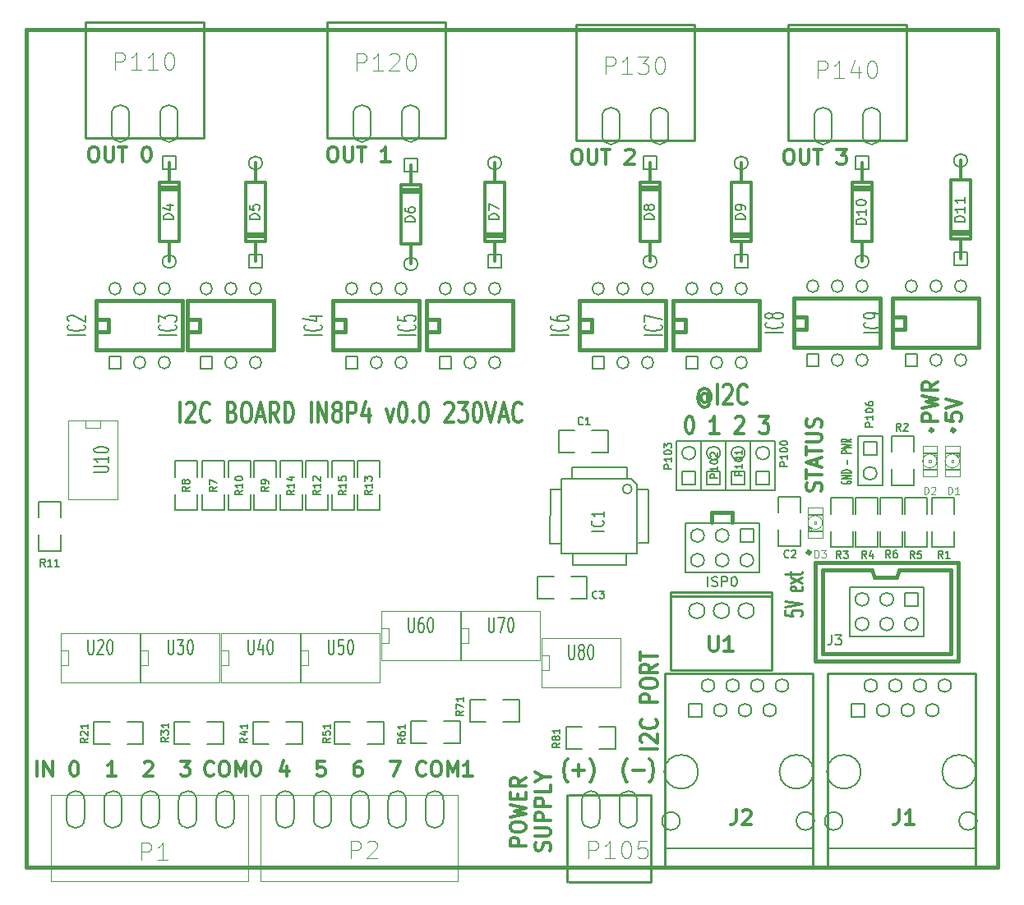
<source format=gto>
G04 (created by PCBNEW (2013-07-07 BZR 4022)-stable) date 02/10/2018 19:34:55*
%MOIN*%
G04 Gerber Fmt 3.4, Leading zero omitted, Abs format*
%FSLAX34Y34*%
G01*
G70*
G90*
G04 APERTURE LIST*
%ADD10C,0.00590551*%
%ADD11C,0.012*%
%ADD12C,0.015*%
%ADD13C,0.011811*%
%ADD14C,0.00984252*%
%ADD15C,0.00531496*%
%ADD16C,0.006*%
%ADD17C,0.0039*%
%ADD18C,0.008*%
%ADD19C,0.0026*%
%ADD20C,0.004*%
%ADD21C,0.005*%
%ADD22C,0.01*%
%ADD23C,0.0125*%
%ADD24C,0.0035*%
G04 APERTURE END LIST*
G54D10*
G54D11*
X77742Y-43923D02*
X77742Y-43123D01*
X78000Y-43200D02*
X78028Y-43161D01*
X78085Y-43123D01*
X78228Y-43123D01*
X78285Y-43161D01*
X78314Y-43200D01*
X78342Y-43276D01*
X78342Y-43352D01*
X78314Y-43466D01*
X77971Y-43923D01*
X78342Y-43923D01*
X78942Y-43847D02*
X78914Y-43885D01*
X78828Y-43923D01*
X78771Y-43923D01*
X78685Y-43885D01*
X78628Y-43809D01*
X78600Y-43733D01*
X78571Y-43580D01*
X78571Y-43466D01*
X78600Y-43314D01*
X78628Y-43238D01*
X78685Y-43161D01*
X78771Y-43123D01*
X78828Y-43123D01*
X78914Y-43161D01*
X78942Y-43200D01*
X79857Y-43504D02*
X79942Y-43542D01*
X79971Y-43580D01*
X80000Y-43657D01*
X80000Y-43771D01*
X79971Y-43847D01*
X79942Y-43885D01*
X79885Y-43923D01*
X79657Y-43923D01*
X79657Y-43123D01*
X79857Y-43123D01*
X79914Y-43161D01*
X79942Y-43200D01*
X79971Y-43276D01*
X79971Y-43352D01*
X79942Y-43428D01*
X79914Y-43466D01*
X79857Y-43504D01*
X79657Y-43504D01*
X80371Y-43123D02*
X80485Y-43123D01*
X80542Y-43161D01*
X80600Y-43238D01*
X80628Y-43390D01*
X80628Y-43657D01*
X80600Y-43809D01*
X80542Y-43885D01*
X80485Y-43923D01*
X80371Y-43923D01*
X80314Y-43885D01*
X80257Y-43809D01*
X80228Y-43657D01*
X80228Y-43390D01*
X80257Y-43238D01*
X80314Y-43161D01*
X80371Y-43123D01*
X80857Y-43695D02*
X81142Y-43695D01*
X80800Y-43923D02*
X81000Y-43123D01*
X81200Y-43923D01*
X81742Y-43923D02*
X81542Y-43542D01*
X81400Y-43923D02*
X81400Y-43123D01*
X81628Y-43123D01*
X81685Y-43161D01*
X81714Y-43200D01*
X81742Y-43276D01*
X81742Y-43390D01*
X81714Y-43466D01*
X81685Y-43504D01*
X81628Y-43542D01*
X81400Y-43542D01*
X82000Y-43923D02*
X82000Y-43123D01*
X82142Y-43123D01*
X82228Y-43161D01*
X82285Y-43238D01*
X82314Y-43314D01*
X82342Y-43466D01*
X82342Y-43580D01*
X82314Y-43733D01*
X82285Y-43809D01*
X82228Y-43885D01*
X82142Y-43923D01*
X82000Y-43923D01*
X83057Y-43923D02*
X83057Y-43123D01*
X83342Y-43923D02*
X83342Y-43123D01*
X83685Y-43923D01*
X83685Y-43123D01*
X84057Y-43466D02*
X84000Y-43428D01*
X83971Y-43390D01*
X83942Y-43314D01*
X83942Y-43276D01*
X83971Y-43200D01*
X84000Y-43161D01*
X84057Y-43123D01*
X84171Y-43123D01*
X84228Y-43161D01*
X84257Y-43200D01*
X84285Y-43276D01*
X84285Y-43314D01*
X84257Y-43390D01*
X84228Y-43428D01*
X84171Y-43466D01*
X84057Y-43466D01*
X84000Y-43504D01*
X83971Y-43542D01*
X83942Y-43619D01*
X83942Y-43771D01*
X83971Y-43847D01*
X84000Y-43885D01*
X84057Y-43923D01*
X84171Y-43923D01*
X84228Y-43885D01*
X84257Y-43847D01*
X84285Y-43771D01*
X84285Y-43619D01*
X84257Y-43542D01*
X84228Y-43504D01*
X84171Y-43466D01*
X84542Y-43923D02*
X84542Y-43123D01*
X84771Y-43123D01*
X84828Y-43161D01*
X84857Y-43200D01*
X84885Y-43276D01*
X84885Y-43390D01*
X84857Y-43466D01*
X84828Y-43504D01*
X84771Y-43542D01*
X84542Y-43542D01*
X85400Y-43390D02*
X85400Y-43923D01*
X85257Y-43085D02*
X85114Y-43657D01*
X85485Y-43657D01*
X86114Y-43390D02*
X86257Y-43923D01*
X86400Y-43390D01*
X86742Y-43123D02*
X86800Y-43123D01*
X86857Y-43161D01*
X86885Y-43200D01*
X86914Y-43276D01*
X86942Y-43428D01*
X86942Y-43619D01*
X86914Y-43771D01*
X86885Y-43847D01*
X86857Y-43885D01*
X86800Y-43923D01*
X86742Y-43923D01*
X86685Y-43885D01*
X86657Y-43847D01*
X86628Y-43771D01*
X86600Y-43619D01*
X86600Y-43428D01*
X86628Y-43276D01*
X86657Y-43200D01*
X86685Y-43161D01*
X86742Y-43123D01*
X87200Y-43847D02*
X87228Y-43885D01*
X87200Y-43923D01*
X87171Y-43885D01*
X87200Y-43847D01*
X87200Y-43923D01*
X87600Y-43123D02*
X87657Y-43123D01*
X87714Y-43161D01*
X87742Y-43200D01*
X87771Y-43276D01*
X87800Y-43428D01*
X87800Y-43619D01*
X87771Y-43771D01*
X87742Y-43847D01*
X87714Y-43885D01*
X87657Y-43923D01*
X87600Y-43923D01*
X87542Y-43885D01*
X87514Y-43847D01*
X87485Y-43771D01*
X87457Y-43619D01*
X87457Y-43428D01*
X87485Y-43276D01*
X87514Y-43200D01*
X87542Y-43161D01*
X87600Y-43123D01*
X88485Y-43200D02*
X88514Y-43161D01*
X88571Y-43123D01*
X88714Y-43123D01*
X88771Y-43161D01*
X88800Y-43200D01*
X88828Y-43276D01*
X88828Y-43352D01*
X88800Y-43466D01*
X88457Y-43923D01*
X88828Y-43923D01*
X89028Y-43123D02*
X89400Y-43123D01*
X89200Y-43428D01*
X89285Y-43428D01*
X89342Y-43466D01*
X89371Y-43504D01*
X89400Y-43580D01*
X89400Y-43771D01*
X89371Y-43847D01*
X89342Y-43885D01*
X89285Y-43923D01*
X89114Y-43923D01*
X89057Y-43885D01*
X89028Y-43847D01*
X89771Y-43123D02*
X89828Y-43123D01*
X89885Y-43161D01*
X89914Y-43200D01*
X89942Y-43276D01*
X89971Y-43428D01*
X89971Y-43619D01*
X89942Y-43771D01*
X89914Y-43847D01*
X89885Y-43885D01*
X89828Y-43923D01*
X89771Y-43923D01*
X89714Y-43885D01*
X89685Y-43847D01*
X89657Y-43771D01*
X89628Y-43619D01*
X89628Y-43428D01*
X89657Y-43276D01*
X89685Y-43200D01*
X89714Y-43161D01*
X89771Y-43123D01*
X90142Y-43123D02*
X90342Y-43923D01*
X90542Y-43123D01*
X90714Y-43695D02*
X91000Y-43695D01*
X90657Y-43923D02*
X90857Y-43123D01*
X91057Y-43923D01*
X91600Y-43847D02*
X91571Y-43885D01*
X91485Y-43923D01*
X91428Y-43923D01*
X91342Y-43885D01*
X91285Y-43809D01*
X91257Y-43733D01*
X91228Y-43580D01*
X91228Y-43466D01*
X91257Y-43314D01*
X91285Y-43238D01*
X91342Y-43161D01*
X91428Y-43123D01*
X91485Y-43123D01*
X91571Y-43161D01*
X91600Y-43200D01*
G54D12*
X108263Y-44250D02*
G75*
G03X108263Y-44250I-53J0D01*
G74*
G01*
X109146Y-44250D02*
G75*
G03X109146Y-44250I-56J0D01*
G74*
G01*
X103290Y-49210D02*
G75*
G03X103290Y-49210I-50J0D01*
G74*
G01*
G54D13*
X91754Y-61113D02*
X91125Y-61113D01*
X91125Y-60888D01*
X91155Y-60832D01*
X91185Y-60804D01*
X91245Y-60776D01*
X91335Y-60776D01*
X91395Y-60804D01*
X91425Y-60832D01*
X91455Y-60888D01*
X91455Y-61113D01*
X91125Y-60410D02*
X91125Y-60298D01*
X91155Y-60242D01*
X91215Y-60185D01*
X91335Y-60157D01*
X91544Y-60157D01*
X91664Y-60185D01*
X91724Y-60242D01*
X91754Y-60298D01*
X91754Y-60410D01*
X91724Y-60467D01*
X91664Y-60523D01*
X91544Y-60551D01*
X91335Y-60551D01*
X91215Y-60523D01*
X91155Y-60467D01*
X91125Y-60410D01*
X91125Y-59960D02*
X91754Y-59820D01*
X91305Y-59707D01*
X91754Y-59595D01*
X91125Y-59454D01*
X91425Y-59229D02*
X91425Y-59032D01*
X91754Y-58948D02*
X91754Y-59229D01*
X91125Y-59229D01*
X91125Y-58948D01*
X91754Y-58357D02*
X91455Y-58554D01*
X91754Y-58695D02*
X91125Y-58695D01*
X91125Y-58470D01*
X91155Y-58414D01*
X91185Y-58386D01*
X91245Y-58357D01*
X91335Y-58357D01*
X91395Y-58386D01*
X91425Y-58414D01*
X91455Y-58470D01*
X91455Y-58695D01*
X92724Y-61310D02*
X92754Y-61226D01*
X92754Y-61085D01*
X92724Y-61029D01*
X92694Y-61001D01*
X92634Y-60973D01*
X92574Y-60973D01*
X92514Y-61001D01*
X92485Y-61029D01*
X92455Y-61085D01*
X92425Y-61198D01*
X92395Y-61254D01*
X92365Y-61282D01*
X92305Y-61310D01*
X92245Y-61310D01*
X92185Y-61282D01*
X92155Y-61254D01*
X92125Y-61198D01*
X92125Y-61057D01*
X92155Y-60973D01*
X92125Y-60720D02*
X92634Y-60720D01*
X92694Y-60692D01*
X92724Y-60663D01*
X92754Y-60607D01*
X92754Y-60495D01*
X92724Y-60438D01*
X92694Y-60410D01*
X92634Y-60382D01*
X92125Y-60382D01*
X92754Y-60101D02*
X92125Y-60101D01*
X92125Y-59876D01*
X92155Y-59820D01*
X92185Y-59792D01*
X92245Y-59764D01*
X92335Y-59764D01*
X92395Y-59792D01*
X92425Y-59820D01*
X92455Y-59876D01*
X92455Y-60101D01*
X92754Y-59510D02*
X92125Y-59510D01*
X92125Y-59285D01*
X92155Y-59229D01*
X92185Y-59201D01*
X92245Y-59173D01*
X92335Y-59173D01*
X92395Y-59201D01*
X92425Y-59229D01*
X92455Y-59285D01*
X92455Y-59510D01*
X92754Y-58639D02*
X92754Y-58920D01*
X92125Y-58920D01*
X92455Y-58329D02*
X92754Y-58329D01*
X92125Y-58526D02*
X92455Y-58329D01*
X92125Y-58133D01*
X103724Y-46712D02*
X103754Y-46627D01*
X103754Y-46487D01*
X103724Y-46431D01*
X103694Y-46402D01*
X103634Y-46374D01*
X103574Y-46374D01*
X103514Y-46402D01*
X103485Y-46431D01*
X103455Y-46487D01*
X103425Y-46599D01*
X103395Y-46656D01*
X103365Y-46684D01*
X103305Y-46712D01*
X103245Y-46712D01*
X103185Y-46684D01*
X103155Y-46656D01*
X103125Y-46599D01*
X103125Y-46459D01*
X103155Y-46374D01*
X103125Y-46206D02*
X103125Y-45868D01*
X103754Y-46037D02*
X103125Y-46037D01*
X103574Y-45699D02*
X103574Y-45418D01*
X103754Y-45756D02*
X103125Y-45559D01*
X103754Y-45362D01*
X103125Y-45250D02*
X103125Y-44912D01*
X103754Y-45081D02*
X103125Y-45081D01*
X103125Y-44715D02*
X103634Y-44715D01*
X103694Y-44687D01*
X103724Y-44659D01*
X103754Y-44603D01*
X103754Y-44490D01*
X103724Y-44434D01*
X103694Y-44406D01*
X103634Y-44378D01*
X103125Y-44378D01*
X103724Y-44125D02*
X103754Y-44040D01*
X103754Y-43900D01*
X103724Y-43843D01*
X103694Y-43815D01*
X103634Y-43787D01*
X103574Y-43787D01*
X103514Y-43815D01*
X103485Y-43843D01*
X103455Y-43900D01*
X103425Y-44012D01*
X103395Y-44068D01*
X103365Y-44097D01*
X103305Y-44125D01*
X103245Y-44125D01*
X103185Y-44097D01*
X103155Y-44068D01*
X103125Y-44012D01*
X103125Y-43872D01*
X103155Y-43787D01*
G54D12*
X100125Y-47600D02*
X100125Y-48000D01*
X100125Y-47600D02*
X99300Y-47600D01*
X99300Y-47600D02*
X99300Y-48000D01*
G54D13*
X98378Y-43678D02*
X98434Y-43678D01*
X98490Y-43711D01*
X98518Y-43745D01*
X98547Y-43813D01*
X98575Y-43948D01*
X98575Y-44116D01*
X98547Y-44251D01*
X98518Y-44319D01*
X98490Y-44353D01*
X98434Y-44386D01*
X98378Y-44386D01*
X98322Y-44353D01*
X98293Y-44319D01*
X98265Y-44251D01*
X98237Y-44116D01*
X98237Y-43948D01*
X98265Y-43813D01*
X98293Y-43745D01*
X98322Y-43711D01*
X98378Y-43678D01*
X99587Y-44386D02*
X99250Y-44386D01*
X99418Y-44386D02*
X99418Y-43678D01*
X99362Y-43779D01*
X99306Y-43846D01*
X99250Y-43880D01*
X100262Y-43745D02*
X100290Y-43711D01*
X100346Y-43678D01*
X100487Y-43678D01*
X100543Y-43711D01*
X100571Y-43745D01*
X100599Y-43813D01*
X100599Y-43880D01*
X100571Y-43981D01*
X100234Y-44386D01*
X100599Y-44386D01*
X101246Y-43678D02*
X101612Y-43678D01*
X101415Y-43948D01*
X101499Y-43948D01*
X101556Y-43981D01*
X101584Y-44015D01*
X101612Y-44083D01*
X101612Y-44251D01*
X101584Y-44319D01*
X101556Y-44353D01*
X101499Y-44386D01*
X101331Y-44386D01*
X101274Y-44353D01*
X101246Y-44319D01*
G54D14*
X102278Y-51565D02*
X102278Y-51753D01*
X102615Y-51771D01*
X102581Y-51753D01*
X102548Y-51715D01*
X102548Y-51621D01*
X102581Y-51584D01*
X102615Y-51565D01*
X102683Y-51546D01*
X102851Y-51546D01*
X102919Y-51565D01*
X102953Y-51584D01*
X102986Y-51621D01*
X102986Y-51715D01*
X102953Y-51753D01*
X102919Y-51771D01*
X102278Y-51434D02*
X102986Y-51303D01*
X102278Y-51171D01*
X102953Y-50590D02*
X102986Y-50628D01*
X102986Y-50703D01*
X102953Y-50740D01*
X102885Y-50759D01*
X102615Y-50759D01*
X102548Y-50740D01*
X102514Y-50703D01*
X102514Y-50628D01*
X102548Y-50590D01*
X102615Y-50571D01*
X102683Y-50571D01*
X102750Y-50759D01*
X102986Y-50440D02*
X102514Y-50234D01*
X102514Y-50440D02*
X102986Y-50234D01*
X102514Y-50140D02*
X102514Y-49990D01*
X102278Y-50084D02*
X102885Y-50084D01*
X102953Y-50065D01*
X102986Y-50028D01*
X102986Y-49990D01*
G54D15*
X104584Y-46314D02*
X104565Y-46334D01*
X104565Y-46365D01*
X104584Y-46395D01*
X104621Y-46415D01*
X104659Y-46426D01*
X104734Y-46436D01*
X104790Y-46436D01*
X104865Y-46426D01*
X104903Y-46415D01*
X104940Y-46395D01*
X104959Y-46365D01*
X104959Y-46345D01*
X104940Y-46314D01*
X104921Y-46304D01*
X104790Y-46304D01*
X104790Y-46345D01*
X104959Y-46213D02*
X104565Y-46213D01*
X104959Y-46091D01*
X104565Y-46091D01*
X104959Y-45990D02*
X104565Y-45990D01*
X104565Y-45940D01*
X104584Y-45909D01*
X104621Y-45889D01*
X104659Y-45879D01*
X104734Y-45869D01*
X104790Y-45869D01*
X104865Y-45879D01*
X104903Y-45889D01*
X104940Y-45909D01*
X104959Y-45940D01*
X104959Y-45990D01*
X104809Y-45616D02*
X104809Y-45454D01*
X104959Y-45190D02*
X104565Y-45190D01*
X104565Y-45109D01*
X104584Y-45089D01*
X104603Y-45079D01*
X104640Y-45069D01*
X104696Y-45069D01*
X104734Y-45079D01*
X104753Y-45089D01*
X104771Y-45109D01*
X104771Y-45190D01*
X104565Y-44998D02*
X104959Y-44947D01*
X104678Y-44907D01*
X104959Y-44866D01*
X104565Y-44816D01*
X104959Y-44613D02*
X104771Y-44684D01*
X104959Y-44735D02*
X104565Y-44735D01*
X104565Y-44654D01*
X104584Y-44634D01*
X104603Y-44623D01*
X104640Y-44613D01*
X104696Y-44613D01*
X104734Y-44623D01*
X104753Y-44634D01*
X104771Y-44654D01*
X104771Y-44735D01*
G54D13*
X93460Y-58534D02*
X93432Y-58504D01*
X93376Y-58414D01*
X93348Y-58354D01*
X93320Y-58264D01*
X93292Y-58114D01*
X93292Y-57995D01*
X93320Y-57845D01*
X93348Y-57755D01*
X93376Y-57695D01*
X93432Y-57605D01*
X93460Y-57575D01*
X93685Y-58054D02*
X94135Y-58054D01*
X93910Y-58294D02*
X93910Y-57815D01*
X94360Y-58534D02*
X94388Y-58504D01*
X94445Y-58414D01*
X94473Y-58354D01*
X94501Y-58264D01*
X94529Y-58114D01*
X94529Y-57995D01*
X94501Y-57845D01*
X94473Y-57755D01*
X94445Y-57695D01*
X94388Y-57605D01*
X94360Y-57575D01*
X95879Y-58534D02*
X95851Y-58504D01*
X95794Y-58414D01*
X95766Y-58354D01*
X95738Y-58264D01*
X95710Y-58114D01*
X95710Y-57995D01*
X95738Y-57845D01*
X95766Y-57755D01*
X95794Y-57695D01*
X95851Y-57605D01*
X95879Y-57575D01*
X96104Y-58054D02*
X96554Y-58054D01*
X96779Y-58534D02*
X96807Y-58504D01*
X96863Y-58414D01*
X96891Y-58354D01*
X96919Y-58264D01*
X96947Y-58114D01*
X96947Y-57995D01*
X96919Y-57845D01*
X96891Y-57755D01*
X96863Y-57695D01*
X96807Y-57605D01*
X96779Y-57575D01*
X97096Y-57176D02*
X96388Y-57176D01*
X96455Y-56923D02*
X96421Y-56895D01*
X96388Y-56838D01*
X96388Y-56698D01*
X96421Y-56642D01*
X96455Y-56613D01*
X96523Y-56585D01*
X96590Y-56585D01*
X96691Y-56613D01*
X97096Y-56951D01*
X97096Y-56585D01*
X97029Y-55995D02*
X97063Y-56023D01*
X97096Y-56107D01*
X97096Y-56163D01*
X97063Y-56248D01*
X96995Y-56304D01*
X96928Y-56332D01*
X96793Y-56360D01*
X96691Y-56360D01*
X96556Y-56332D01*
X96489Y-56304D01*
X96421Y-56248D01*
X96388Y-56163D01*
X96388Y-56107D01*
X96421Y-56023D01*
X96455Y-55995D01*
X97096Y-55292D02*
X96388Y-55292D01*
X96388Y-55067D01*
X96421Y-55010D01*
X96455Y-54982D01*
X96523Y-54954D01*
X96624Y-54954D01*
X96691Y-54982D01*
X96725Y-55010D01*
X96759Y-55067D01*
X96759Y-55292D01*
X96388Y-54589D02*
X96388Y-54476D01*
X96421Y-54420D01*
X96489Y-54364D01*
X96624Y-54336D01*
X96860Y-54336D01*
X96995Y-54364D01*
X97063Y-54420D01*
X97096Y-54476D01*
X97096Y-54589D01*
X97063Y-54645D01*
X96995Y-54701D01*
X96860Y-54729D01*
X96624Y-54729D01*
X96489Y-54701D01*
X96421Y-54645D01*
X96388Y-54589D01*
X97096Y-53745D02*
X96759Y-53942D01*
X97096Y-54082D02*
X96388Y-54082D01*
X96388Y-53857D01*
X96421Y-53801D01*
X96455Y-53773D01*
X96523Y-53745D01*
X96624Y-53745D01*
X96691Y-53773D01*
X96725Y-53801D01*
X96759Y-53857D01*
X96759Y-54082D01*
X96388Y-53576D02*
X96388Y-53239D01*
X97096Y-53408D02*
X96388Y-53408D01*
X108454Y-43887D02*
X107825Y-43887D01*
X107825Y-43662D01*
X107855Y-43606D01*
X107885Y-43578D01*
X107945Y-43549D01*
X108035Y-43549D01*
X108095Y-43578D01*
X108125Y-43606D01*
X108155Y-43662D01*
X108155Y-43887D01*
X107825Y-43353D02*
X108454Y-43212D01*
X108005Y-43100D01*
X108454Y-42987D01*
X107825Y-42846D01*
X108454Y-42284D02*
X108155Y-42481D01*
X108454Y-42621D02*
X107825Y-42621D01*
X107825Y-42396D01*
X107855Y-42340D01*
X107885Y-42312D01*
X107945Y-42284D01*
X108035Y-42284D01*
X108095Y-42312D01*
X108125Y-42340D01*
X108155Y-42396D01*
X108155Y-42621D01*
X108800Y-43562D02*
X108800Y-43843D01*
X109100Y-43871D01*
X109070Y-43843D01*
X109040Y-43787D01*
X109040Y-43646D01*
X109070Y-43590D01*
X109100Y-43562D01*
X109160Y-43534D01*
X109309Y-43534D01*
X109369Y-43562D01*
X109399Y-43590D01*
X109429Y-43646D01*
X109429Y-43787D01*
X109399Y-43843D01*
X109369Y-43871D01*
X108800Y-43365D02*
X109429Y-43168D01*
X108800Y-42971D01*
X99125Y-42817D02*
X99096Y-42779D01*
X99039Y-42741D01*
X98982Y-42741D01*
X98925Y-42779D01*
X98896Y-42817D01*
X98867Y-42894D01*
X98867Y-42970D01*
X98896Y-43046D01*
X98925Y-43084D01*
X98982Y-43122D01*
X99039Y-43122D01*
X99096Y-43084D01*
X99125Y-43046D01*
X99125Y-42741D02*
X99125Y-43046D01*
X99153Y-43084D01*
X99182Y-43084D01*
X99239Y-43046D01*
X99267Y-42970D01*
X99267Y-42779D01*
X99210Y-42665D01*
X99125Y-42589D01*
X99010Y-42551D01*
X98896Y-42589D01*
X98810Y-42665D01*
X98753Y-42779D01*
X98725Y-42932D01*
X98753Y-43084D01*
X98810Y-43198D01*
X98896Y-43275D01*
X99010Y-43313D01*
X99125Y-43275D01*
X99210Y-43198D01*
X99525Y-43198D02*
X99525Y-42398D01*
X99782Y-42475D02*
X99810Y-42436D01*
X99867Y-42398D01*
X100010Y-42398D01*
X100067Y-42436D01*
X100096Y-42475D01*
X100125Y-42551D01*
X100125Y-42627D01*
X100096Y-42741D01*
X99753Y-43198D01*
X100125Y-43198D01*
X100725Y-43122D02*
X100696Y-43160D01*
X100610Y-43198D01*
X100553Y-43198D01*
X100467Y-43160D01*
X100410Y-43084D01*
X100382Y-43008D01*
X100353Y-42855D01*
X100353Y-42741D01*
X100382Y-42589D01*
X100410Y-42513D01*
X100467Y-42436D01*
X100553Y-42398D01*
X100610Y-42398D01*
X100696Y-42436D01*
X100725Y-42475D01*
G54D11*
X102385Y-32842D02*
X102500Y-32842D01*
X102557Y-32871D01*
X102614Y-32928D01*
X102642Y-33042D01*
X102642Y-33242D01*
X102614Y-33357D01*
X102557Y-33414D01*
X102500Y-33442D01*
X102385Y-33442D01*
X102328Y-33414D01*
X102271Y-33357D01*
X102242Y-33242D01*
X102242Y-33042D01*
X102271Y-32928D01*
X102328Y-32871D01*
X102385Y-32842D01*
X102900Y-32842D02*
X102900Y-33328D01*
X102928Y-33385D01*
X102957Y-33414D01*
X103014Y-33442D01*
X103128Y-33442D01*
X103185Y-33414D01*
X103214Y-33385D01*
X103242Y-33328D01*
X103242Y-32842D01*
X103442Y-32842D02*
X103785Y-32842D01*
X103614Y-33442D02*
X103614Y-32842D01*
X104385Y-32842D02*
X104757Y-32842D01*
X104557Y-33071D01*
X104642Y-33071D01*
X104700Y-33100D01*
X104728Y-33128D01*
X104757Y-33185D01*
X104757Y-33328D01*
X104728Y-33385D01*
X104700Y-33414D01*
X104642Y-33442D01*
X104471Y-33442D01*
X104414Y-33414D01*
X104385Y-33385D01*
X93785Y-32842D02*
X93900Y-32842D01*
X93957Y-32871D01*
X94014Y-32928D01*
X94042Y-33042D01*
X94042Y-33242D01*
X94014Y-33357D01*
X93957Y-33414D01*
X93900Y-33442D01*
X93785Y-33442D01*
X93728Y-33414D01*
X93671Y-33357D01*
X93642Y-33242D01*
X93642Y-33042D01*
X93671Y-32928D01*
X93728Y-32871D01*
X93785Y-32842D01*
X94300Y-32842D02*
X94300Y-33328D01*
X94328Y-33385D01*
X94357Y-33414D01*
X94414Y-33442D01*
X94528Y-33442D01*
X94585Y-33414D01*
X94614Y-33385D01*
X94642Y-33328D01*
X94642Y-32842D01*
X94842Y-32842D02*
X95185Y-32842D01*
X95014Y-33442D02*
X95014Y-32842D01*
X95814Y-32900D02*
X95842Y-32871D01*
X95900Y-32842D01*
X96042Y-32842D01*
X96100Y-32871D01*
X96128Y-32900D01*
X96157Y-32957D01*
X96157Y-33014D01*
X96128Y-33100D01*
X95785Y-33442D01*
X96157Y-33442D01*
X83885Y-32742D02*
X84000Y-32742D01*
X84057Y-32771D01*
X84114Y-32828D01*
X84142Y-32942D01*
X84142Y-33142D01*
X84114Y-33257D01*
X84057Y-33314D01*
X84000Y-33342D01*
X83885Y-33342D01*
X83828Y-33314D01*
X83771Y-33257D01*
X83742Y-33142D01*
X83742Y-32942D01*
X83771Y-32828D01*
X83828Y-32771D01*
X83885Y-32742D01*
X84400Y-32742D02*
X84400Y-33228D01*
X84428Y-33285D01*
X84457Y-33314D01*
X84514Y-33342D01*
X84628Y-33342D01*
X84685Y-33314D01*
X84714Y-33285D01*
X84742Y-33228D01*
X84742Y-32742D01*
X84942Y-32742D02*
X85285Y-32742D01*
X85114Y-33342D02*
X85114Y-32742D01*
X86257Y-33342D02*
X85914Y-33342D01*
X86085Y-33342D02*
X86085Y-32742D01*
X86028Y-32828D01*
X85971Y-32885D01*
X85914Y-32914D01*
X74185Y-32742D02*
X74300Y-32742D01*
X74357Y-32771D01*
X74414Y-32828D01*
X74442Y-32942D01*
X74442Y-33142D01*
X74414Y-33257D01*
X74357Y-33314D01*
X74300Y-33342D01*
X74185Y-33342D01*
X74128Y-33314D01*
X74071Y-33257D01*
X74042Y-33142D01*
X74042Y-32942D01*
X74071Y-32828D01*
X74128Y-32771D01*
X74185Y-32742D01*
X74700Y-32742D02*
X74700Y-33228D01*
X74728Y-33285D01*
X74757Y-33314D01*
X74814Y-33342D01*
X74928Y-33342D01*
X74985Y-33314D01*
X75014Y-33285D01*
X75042Y-33228D01*
X75042Y-32742D01*
X75242Y-32742D02*
X75585Y-32742D01*
X75414Y-33342D02*
X75414Y-32742D01*
X76357Y-32742D02*
X76414Y-32742D01*
X76471Y-32771D01*
X76500Y-32800D01*
X76528Y-32857D01*
X76557Y-32971D01*
X76557Y-33114D01*
X76528Y-33228D01*
X76500Y-33285D01*
X76471Y-33314D01*
X76414Y-33342D01*
X76357Y-33342D01*
X76300Y-33314D01*
X76271Y-33285D01*
X76242Y-33228D01*
X76214Y-33114D01*
X76214Y-32971D01*
X76242Y-32857D01*
X76271Y-32800D01*
X76300Y-32771D01*
X76357Y-32742D01*
X87702Y-58235D02*
X87674Y-58264D01*
X87588Y-58292D01*
X87531Y-58292D01*
X87445Y-58264D01*
X87388Y-58207D01*
X87360Y-58150D01*
X87331Y-58035D01*
X87331Y-57950D01*
X87360Y-57835D01*
X87388Y-57778D01*
X87445Y-57721D01*
X87531Y-57692D01*
X87588Y-57692D01*
X87674Y-57721D01*
X87702Y-57750D01*
X88074Y-57692D02*
X88188Y-57692D01*
X88245Y-57721D01*
X88302Y-57778D01*
X88331Y-57892D01*
X88331Y-58092D01*
X88302Y-58207D01*
X88245Y-58264D01*
X88188Y-58292D01*
X88074Y-58292D01*
X88017Y-58264D01*
X87960Y-58207D01*
X87931Y-58092D01*
X87931Y-57892D01*
X87960Y-57778D01*
X88017Y-57721D01*
X88074Y-57692D01*
X88588Y-58292D02*
X88588Y-57692D01*
X88788Y-58121D01*
X88988Y-57692D01*
X88988Y-58292D01*
X89588Y-58292D02*
X89245Y-58292D01*
X89417Y-58292D02*
X89417Y-57692D01*
X89359Y-57778D01*
X89302Y-57835D01*
X89245Y-57864D01*
X86260Y-57692D02*
X86660Y-57692D01*
X86402Y-58292D01*
X85074Y-57692D02*
X84960Y-57692D01*
X84902Y-57721D01*
X84874Y-57750D01*
X84817Y-57835D01*
X84788Y-57950D01*
X84788Y-58178D01*
X84817Y-58235D01*
X84845Y-58264D01*
X84902Y-58292D01*
X85017Y-58292D01*
X85074Y-58264D01*
X85102Y-58235D01*
X85131Y-58178D01*
X85131Y-58035D01*
X85102Y-57978D01*
X85074Y-57950D01*
X85017Y-57921D01*
X84902Y-57921D01*
X84845Y-57950D01*
X84817Y-57978D01*
X84788Y-58035D01*
X83602Y-57692D02*
X83317Y-57692D01*
X83288Y-57978D01*
X83317Y-57950D01*
X83374Y-57921D01*
X83517Y-57921D01*
X83574Y-57950D01*
X83602Y-57978D01*
X83631Y-58035D01*
X83631Y-58178D01*
X83602Y-58235D01*
X83574Y-58264D01*
X83517Y-58292D01*
X83374Y-58292D01*
X83317Y-58264D01*
X83288Y-58235D01*
X82074Y-57892D02*
X82074Y-58292D01*
X81931Y-57664D02*
X81788Y-58092D01*
X82160Y-58092D01*
X79102Y-58235D02*
X79074Y-58264D01*
X78988Y-58292D01*
X78931Y-58292D01*
X78845Y-58264D01*
X78788Y-58207D01*
X78760Y-58150D01*
X78731Y-58035D01*
X78731Y-57950D01*
X78760Y-57835D01*
X78788Y-57778D01*
X78845Y-57721D01*
X78931Y-57692D01*
X78988Y-57692D01*
X79074Y-57721D01*
X79102Y-57750D01*
X79474Y-57692D02*
X79588Y-57692D01*
X79645Y-57721D01*
X79702Y-57778D01*
X79731Y-57892D01*
X79731Y-58092D01*
X79702Y-58207D01*
X79645Y-58264D01*
X79588Y-58292D01*
X79474Y-58292D01*
X79417Y-58264D01*
X79360Y-58207D01*
X79331Y-58092D01*
X79331Y-57892D01*
X79360Y-57778D01*
X79417Y-57721D01*
X79474Y-57692D01*
X79988Y-58292D02*
X79988Y-57692D01*
X80188Y-58121D01*
X80388Y-57692D01*
X80388Y-58292D01*
X80788Y-57692D02*
X80845Y-57692D01*
X80902Y-57721D01*
X80931Y-57750D01*
X80959Y-57807D01*
X80988Y-57921D01*
X80988Y-58064D01*
X80959Y-58178D01*
X80931Y-58235D01*
X80902Y-58264D01*
X80845Y-58292D01*
X80788Y-58292D01*
X80731Y-58264D01*
X80702Y-58235D01*
X80674Y-58178D01*
X80645Y-58064D01*
X80645Y-57921D01*
X80674Y-57807D01*
X80702Y-57750D01*
X80731Y-57721D01*
X80788Y-57692D01*
X77760Y-57692D02*
X78131Y-57692D01*
X77931Y-57921D01*
X78017Y-57921D01*
X78074Y-57950D01*
X78102Y-57978D01*
X78131Y-58035D01*
X78131Y-58178D01*
X78102Y-58235D01*
X78074Y-58264D01*
X78017Y-58292D01*
X77845Y-58292D01*
X77788Y-58264D01*
X77760Y-58235D01*
X76288Y-57750D02*
X76317Y-57721D01*
X76374Y-57692D01*
X76517Y-57692D01*
X76574Y-57721D01*
X76602Y-57750D01*
X76631Y-57807D01*
X76631Y-57864D01*
X76602Y-57950D01*
X76260Y-58292D01*
X76631Y-58292D01*
X75131Y-58292D02*
X74788Y-58292D01*
X74960Y-58292D02*
X74960Y-57692D01*
X74902Y-57778D01*
X74845Y-57835D01*
X74788Y-57864D01*
X71931Y-58292D02*
X71931Y-57692D01*
X72217Y-58292D02*
X72217Y-57692D01*
X72560Y-58292D01*
X72560Y-57692D01*
X73417Y-57692D02*
X73474Y-57692D01*
X73531Y-57721D01*
X73560Y-57750D01*
X73588Y-57807D01*
X73617Y-57921D01*
X73617Y-58064D01*
X73588Y-58178D01*
X73560Y-58235D01*
X73531Y-58264D01*
X73474Y-58292D01*
X73417Y-58292D01*
X73360Y-58264D01*
X73331Y-58235D01*
X73302Y-58178D01*
X73274Y-58064D01*
X73274Y-57921D01*
X73302Y-57807D01*
X73331Y-57750D01*
X73360Y-57721D01*
X73417Y-57692D01*
G54D12*
X71500Y-62000D02*
X110900Y-62000D01*
X71500Y-28000D02*
X110900Y-28000D01*
X110900Y-28000D02*
X110800Y-28000D01*
X110900Y-62000D02*
X110900Y-28000D01*
X71500Y-62000D02*
X71500Y-28000D01*
G54D16*
X93660Y-49730D02*
X93660Y-49280D01*
X95840Y-49730D02*
X95840Y-49290D01*
X93660Y-49730D02*
X95840Y-49730D01*
X93190Y-48850D02*
X92760Y-48850D01*
X93180Y-46640D02*
X92760Y-46640D01*
X92760Y-46630D02*
X92750Y-48850D01*
X96730Y-46650D02*
X96740Y-48820D01*
X96040Y-46220D02*
X93210Y-46220D01*
X96730Y-48830D02*
X96320Y-48830D01*
X96280Y-46470D02*
X96280Y-49250D01*
X93200Y-49270D02*
X96240Y-49270D01*
X93200Y-46220D02*
X93200Y-49220D01*
X95870Y-45770D02*
X93650Y-45770D01*
X93650Y-45770D02*
X93650Y-46220D01*
X96050Y-46224D02*
X96280Y-46454D01*
X95870Y-45772D02*
X95870Y-46224D01*
X96280Y-46650D02*
X96732Y-46650D01*
X96064Y-46632D02*
G75*
G03X96064Y-46632I-188J0D01*
G74*
G01*
G54D17*
X81000Y-59045D02*
X81000Y-62545D01*
X89000Y-59045D02*
X89000Y-62545D01*
X81000Y-62545D02*
X89000Y-62545D01*
X89000Y-59045D02*
X81000Y-59045D01*
X72500Y-59045D02*
X72500Y-62545D01*
X80500Y-59045D02*
X80500Y-62545D01*
X72500Y-62545D02*
X80500Y-62545D01*
X80500Y-59045D02*
X72500Y-59045D01*
G54D12*
X109000Y-53312D02*
X103900Y-53312D01*
X103900Y-53312D02*
X103800Y-53312D01*
X103800Y-53312D02*
X103800Y-49912D01*
X103800Y-49912D02*
X105800Y-49912D01*
X105800Y-49912D02*
X105900Y-50212D01*
X105900Y-50212D02*
X106800Y-50212D01*
X106800Y-50212D02*
X106900Y-49912D01*
X106900Y-49912D02*
X109000Y-49912D01*
X109000Y-49912D02*
X109000Y-53312D01*
X103500Y-53612D02*
X103500Y-49612D01*
X103500Y-49612D02*
X109300Y-49612D01*
X109300Y-49612D02*
X109300Y-53612D01*
X109300Y-53612D02*
X103500Y-53612D01*
G54D18*
X104900Y-50612D02*
X107900Y-50612D01*
X107900Y-52612D02*
X104900Y-52612D01*
X104900Y-52612D02*
X104900Y-50612D01*
X107900Y-50612D02*
X107900Y-52612D01*
G54D19*
X109099Y-45539D02*
X109099Y-45461D01*
X109099Y-45461D02*
X109021Y-45461D01*
X109021Y-45539D02*
X109021Y-45461D01*
X109099Y-45539D02*
X109021Y-45539D01*
X109335Y-45323D02*
X109335Y-45186D01*
X109335Y-45186D02*
X109237Y-45186D01*
X109237Y-45323D02*
X109237Y-45186D01*
X109335Y-45323D02*
X109237Y-45323D01*
X109335Y-45186D02*
X109335Y-45146D01*
X109335Y-45146D02*
X108864Y-45146D01*
X108864Y-45186D02*
X108864Y-45146D01*
X109335Y-45186D02*
X108864Y-45186D01*
X108844Y-45186D02*
X108844Y-45146D01*
X108844Y-45146D02*
X108785Y-45146D01*
X108785Y-45186D02*
X108785Y-45146D01*
X108844Y-45186D02*
X108785Y-45186D01*
X109335Y-45854D02*
X109335Y-45814D01*
X109335Y-45814D02*
X108864Y-45814D01*
X108864Y-45854D02*
X108864Y-45814D01*
X109335Y-45854D02*
X108864Y-45854D01*
X108844Y-45854D02*
X108844Y-45814D01*
X108844Y-45814D02*
X108785Y-45814D01*
X108785Y-45854D02*
X108785Y-45814D01*
X108844Y-45854D02*
X108785Y-45854D01*
X109335Y-45323D02*
X109335Y-45264D01*
X109335Y-45264D02*
X109237Y-45264D01*
X109237Y-45323D02*
X109237Y-45264D01*
X109335Y-45323D02*
X109237Y-45323D01*
G54D20*
X109355Y-44890D02*
X109355Y-46110D01*
X109355Y-46110D02*
X108765Y-46110D01*
X108765Y-46110D02*
X108765Y-44890D01*
X108765Y-44890D02*
X109355Y-44890D01*
X109256Y-45715D02*
G75*
G03X109255Y-45283I-196J215D01*
G74*
G01*
X108863Y-45715D02*
G75*
G03X109255Y-45716I196J215D01*
G74*
G01*
X108863Y-45284D02*
G75*
G03X108864Y-45716I196J-215D01*
G74*
G01*
X109256Y-45284D02*
G75*
G03X108864Y-45283I-196J-215D01*
G74*
G01*
G54D19*
X108189Y-45539D02*
X108189Y-45461D01*
X108189Y-45461D02*
X108111Y-45461D01*
X108111Y-45539D02*
X108111Y-45461D01*
X108189Y-45539D02*
X108111Y-45539D01*
X108425Y-45323D02*
X108425Y-45186D01*
X108425Y-45186D02*
X108327Y-45186D01*
X108327Y-45323D02*
X108327Y-45186D01*
X108425Y-45323D02*
X108327Y-45323D01*
X108425Y-45186D02*
X108425Y-45146D01*
X108425Y-45146D02*
X107954Y-45146D01*
X107954Y-45186D02*
X107954Y-45146D01*
X108425Y-45186D02*
X107954Y-45186D01*
X107934Y-45186D02*
X107934Y-45146D01*
X107934Y-45146D02*
X107875Y-45146D01*
X107875Y-45186D02*
X107875Y-45146D01*
X107934Y-45186D02*
X107875Y-45186D01*
X108425Y-45854D02*
X108425Y-45814D01*
X108425Y-45814D02*
X107954Y-45814D01*
X107954Y-45854D02*
X107954Y-45814D01*
X108425Y-45854D02*
X107954Y-45854D01*
X107934Y-45854D02*
X107934Y-45814D01*
X107934Y-45814D02*
X107875Y-45814D01*
X107875Y-45854D02*
X107875Y-45814D01*
X107934Y-45854D02*
X107875Y-45854D01*
X108425Y-45323D02*
X108425Y-45264D01*
X108425Y-45264D02*
X108327Y-45264D01*
X108327Y-45323D02*
X108327Y-45264D01*
X108425Y-45323D02*
X108327Y-45323D01*
G54D20*
X108445Y-44890D02*
X108445Y-46110D01*
X108445Y-46110D02*
X107855Y-46110D01*
X107855Y-46110D02*
X107855Y-44890D01*
X107855Y-44890D02*
X108445Y-44890D01*
X108346Y-45715D02*
G75*
G03X108345Y-45283I-196J215D01*
G74*
G01*
X107953Y-45715D02*
G75*
G03X108345Y-45716I196J215D01*
G74*
G01*
X107953Y-45284D02*
G75*
G03X107954Y-45716I196J-215D01*
G74*
G01*
X108346Y-45284D02*
G75*
G03X107954Y-45283I-196J-215D01*
G74*
G01*
G54D19*
X103461Y-47961D02*
X103461Y-48039D01*
X103461Y-48039D02*
X103539Y-48039D01*
X103539Y-47961D02*
X103539Y-48039D01*
X103461Y-47961D02*
X103539Y-47961D01*
X103225Y-48177D02*
X103225Y-48314D01*
X103225Y-48314D02*
X103323Y-48314D01*
X103323Y-48177D02*
X103323Y-48314D01*
X103225Y-48177D02*
X103323Y-48177D01*
X103225Y-48314D02*
X103225Y-48354D01*
X103225Y-48354D02*
X103696Y-48354D01*
X103696Y-48314D02*
X103696Y-48354D01*
X103225Y-48314D02*
X103696Y-48314D01*
X103716Y-48314D02*
X103716Y-48354D01*
X103716Y-48354D02*
X103775Y-48354D01*
X103775Y-48314D02*
X103775Y-48354D01*
X103716Y-48314D02*
X103775Y-48314D01*
X103225Y-47646D02*
X103225Y-47686D01*
X103225Y-47686D02*
X103696Y-47686D01*
X103696Y-47646D02*
X103696Y-47686D01*
X103225Y-47646D02*
X103696Y-47646D01*
X103716Y-47646D02*
X103716Y-47686D01*
X103716Y-47686D02*
X103775Y-47686D01*
X103775Y-47646D02*
X103775Y-47686D01*
X103716Y-47646D02*
X103775Y-47646D01*
X103225Y-48177D02*
X103225Y-48236D01*
X103225Y-48236D02*
X103323Y-48236D01*
X103323Y-48177D02*
X103323Y-48236D01*
X103225Y-48177D02*
X103323Y-48177D01*
G54D20*
X103205Y-48610D02*
X103205Y-47390D01*
X103205Y-47390D02*
X103795Y-47390D01*
X103795Y-47390D02*
X103795Y-48610D01*
X103795Y-48610D02*
X103205Y-48610D01*
X103303Y-47784D02*
G75*
G03X103304Y-48216I196J-215D01*
G74*
G01*
X103696Y-47784D02*
G75*
G03X103304Y-47783I-196J-215D01*
G74*
G01*
X103696Y-48215D02*
G75*
G03X103695Y-47783I-196J215D01*
G74*
G01*
X103303Y-48215D02*
G75*
G03X103695Y-48216I196J215D01*
G74*
G01*
G54D16*
X101875Y-46675D02*
X100875Y-46675D01*
X100875Y-46675D02*
X100875Y-44675D01*
X100875Y-44675D02*
X101875Y-44675D01*
X101875Y-44675D02*
X101875Y-46675D01*
X100875Y-46675D02*
X99875Y-46675D01*
X99875Y-46675D02*
X99875Y-44675D01*
X99875Y-44675D02*
X100875Y-44675D01*
X100875Y-44675D02*
X100875Y-46675D01*
X98875Y-46675D02*
X97875Y-46675D01*
X97875Y-46675D02*
X97875Y-44675D01*
X97875Y-44675D02*
X98875Y-44675D01*
X98875Y-44675D02*
X98875Y-46675D01*
X105225Y-44500D02*
X106225Y-44500D01*
X106225Y-44500D02*
X106225Y-46500D01*
X106225Y-46500D02*
X105225Y-46500D01*
X105225Y-46500D02*
X105225Y-44500D01*
X99875Y-46675D02*
X98875Y-46675D01*
X98875Y-46675D02*
X98875Y-44675D01*
X98875Y-44675D02*
X99875Y-44675D01*
X99875Y-44675D02*
X99875Y-46675D01*
G54D21*
X84000Y-56100D02*
X84000Y-57000D01*
X84000Y-57000D02*
X84650Y-57000D01*
X85350Y-56100D02*
X86000Y-56100D01*
X86000Y-56100D02*
X86000Y-57000D01*
X86000Y-57000D02*
X85350Y-57000D01*
X84650Y-56100D02*
X84000Y-56100D01*
X105150Y-49000D02*
X106050Y-49000D01*
X106050Y-49000D02*
X106050Y-48350D01*
X105150Y-47650D02*
X105150Y-47000D01*
X105150Y-47000D02*
X106050Y-47000D01*
X106050Y-47000D02*
X106050Y-47650D01*
X105150Y-48350D02*
X105150Y-49000D01*
X104150Y-49000D02*
X105050Y-49000D01*
X105050Y-49000D02*
X105050Y-48350D01*
X104150Y-47650D02*
X104150Y-47000D01*
X104150Y-47000D02*
X105050Y-47000D01*
X105050Y-47000D02*
X105050Y-47650D01*
X104150Y-48350D02*
X104150Y-49000D01*
X102000Y-48950D02*
X102900Y-48950D01*
X102900Y-48950D02*
X102900Y-48300D01*
X102000Y-47600D02*
X102000Y-46950D01*
X102000Y-46950D02*
X102900Y-46950D01*
X102900Y-46950D02*
X102900Y-47600D01*
X102000Y-48300D02*
X102000Y-48950D01*
X95100Y-45150D02*
X95100Y-44250D01*
X95100Y-44250D02*
X94450Y-44250D01*
X93750Y-45150D02*
X93100Y-45150D01*
X93100Y-45150D02*
X93100Y-44250D01*
X93100Y-44250D02*
X93750Y-44250D01*
X94450Y-45150D02*
X95100Y-45150D01*
X107500Y-44475D02*
X106600Y-44475D01*
X106600Y-44475D02*
X106600Y-45125D01*
X107500Y-45825D02*
X107500Y-46475D01*
X107500Y-46475D02*
X106600Y-46475D01*
X106600Y-46475D02*
X106600Y-45825D01*
X107500Y-45125D02*
X107500Y-44475D01*
X77500Y-56100D02*
X77500Y-57000D01*
X77500Y-57000D02*
X78150Y-57000D01*
X78850Y-56100D02*
X79500Y-56100D01*
X79500Y-56100D02*
X79500Y-57000D01*
X79500Y-57000D02*
X78850Y-57000D01*
X78150Y-56100D02*
X77500Y-56100D01*
X108250Y-49000D02*
X109150Y-49000D01*
X109150Y-49000D02*
X109150Y-48350D01*
X108250Y-47650D02*
X108250Y-47000D01*
X108250Y-47000D02*
X109150Y-47000D01*
X109150Y-47000D02*
X109150Y-47650D01*
X108250Y-48350D02*
X108250Y-49000D01*
X74250Y-56100D02*
X74250Y-57000D01*
X74250Y-57000D02*
X74900Y-57000D01*
X75600Y-56100D02*
X76250Y-56100D01*
X76250Y-56100D02*
X76250Y-57000D01*
X76250Y-57000D02*
X75600Y-57000D01*
X74900Y-56100D02*
X74250Y-56100D01*
X80700Y-56100D02*
X80700Y-57000D01*
X80700Y-57000D02*
X81350Y-57000D01*
X82050Y-56100D02*
X82700Y-56100D01*
X82700Y-56100D02*
X82700Y-57000D01*
X82700Y-57000D02*
X82050Y-57000D01*
X81350Y-56100D02*
X80700Y-56100D01*
X95400Y-57200D02*
X95400Y-56300D01*
X95400Y-56300D02*
X94750Y-56300D01*
X94050Y-57200D02*
X93400Y-57200D01*
X93400Y-57200D02*
X93400Y-56300D01*
X93400Y-56300D02*
X94050Y-56300D01*
X94750Y-57200D02*
X95400Y-57200D01*
X87100Y-56050D02*
X87100Y-56950D01*
X87100Y-56950D02*
X87750Y-56950D01*
X88450Y-56050D02*
X89100Y-56050D01*
X89100Y-56050D02*
X89100Y-56950D01*
X89100Y-56950D02*
X88450Y-56950D01*
X87750Y-56050D02*
X87100Y-56050D01*
X91500Y-56100D02*
X91500Y-55200D01*
X91500Y-55200D02*
X90850Y-55200D01*
X90150Y-56100D02*
X89500Y-56100D01*
X89500Y-56100D02*
X89500Y-55200D01*
X89500Y-55200D02*
X90150Y-55200D01*
X90850Y-56100D02*
X91500Y-56100D01*
G54D18*
X98225Y-48025D02*
X101225Y-48025D01*
X101225Y-50025D02*
X98225Y-50025D01*
X98225Y-50025D02*
X98225Y-48025D01*
X101225Y-48025D02*
X101225Y-50025D01*
G54D21*
X72900Y-47150D02*
X72000Y-47150D01*
X72000Y-47150D02*
X72000Y-47800D01*
X72900Y-48500D02*
X72900Y-49150D01*
X72900Y-49150D02*
X72000Y-49150D01*
X72000Y-49150D02*
X72000Y-48500D01*
X72900Y-47800D02*
X72900Y-47150D01*
X108050Y-47000D02*
X107150Y-47000D01*
X107150Y-47000D02*
X107150Y-47650D01*
X108050Y-48350D02*
X108050Y-49000D01*
X108050Y-49000D02*
X107150Y-49000D01*
X107150Y-49000D02*
X107150Y-48350D01*
X108050Y-47650D02*
X108050Y-47000D01*
X107050Y-47000D02*
X106150Y-47000D01*
X106150Y-47000D02*
X106150Y-47650D01*
X107050Y-48350D02*
X107050Y-49000D01*
X107050Y-49000D02*
X106150Y-49000D01*
X106150Y-49000D02*
X106150Y-48350D01*
X107050Y-47650D02*
X107050Y-47000D01*
G54D22*
X96850Y-59045D02*
X96850Y-62595D01*
X93450Y-59045D02*
X93450Y-62595D01*
X93500Y-62595D02*
X96850Y-62595D01*
X96850Y-59045D02*
X93500Y-59045D01*
G54D21*
X94250Y-51100D02*
X94250Y-50200D01*
X94250Y-50200D02*
X93600Y-50200D01*
X92900Y-51100D02*
X92250Y-51100D01*
X92250Y-51100D02*
X92250Y-50200D01*
X92250Y-50200D02*
X92900Y-50200D01*
X93600Y-51100D02*
X94250Y-51100D01*
G54D22*
X74050Y-32400D02*
X73900Y-32400D01*
X73900Y-32400D02*
X73900Y-27700D01*
X73900Y-27700D02*
X78700Y-27700D01*
X78700Y-27700D02*
X78700Y-32400D01*
X78700Y-32400D02*
X74050Y-32400D01*
X83850Y-32400D02*
X83700Y-32400D01*
X83700Y-32400D02*
X83700Y-27700D01*
X83700Y-27700D02*
X88500Y-27700D01*
X88500Y-27700D02*
X88500Y-32400D01*
X88500Y-32400D02*
X83850Y-32400D01*
X93950Y-32500D02*
X93800Y-32500D01*
X93800Y-32500D02*
X93800Y-27800D01*
X93800Y-27800D02*
X98600Y-27800D01*
X98600Y-27800D02*
X98600Y-32500D01*
X98600Y-32500D02*
X93950Y-32500D01*
X102550Y-32500D02*
X102400Y-32500D01*
X102400Y-32500D02*
X102400Y-27800D01*
X102400Y-27800D02*
X107200Y-27800D01*
X107200Y-27800D02*
X107200Y-32500D01*
X107200Y-32500D02*
X102550Y-32500D01*
X97400Y-54112D02*
X97400Y-61962D01*
X97400Y-61962D02*
X103400Y-61962D01*
X103400Y-61962D02*
X103400Y-54112D01*
X103400Y-54112D02*
X97400Y-54112D01*
G54D21*
X97400Y-61212D02*
X103400Y-61212D01*
X103400Y-61212D02*
X103400Y-54112D01*
X103400Y-54112D02*
X97400Y-54112D01*
X97400Y-54112D02*
X97400Y-61212D01*
G54D22*
X104000Y-54112D02*
X104000Y-61962D01*
X104000Y-61962D02*
X110000Y-61962D01*
X110000Y-61962D02*
X110000Y-54112D01*
X110000Y-54112D02*
X104000Y-54112D01*
G54D21*
X104000Y-61212D02*
X110000Y-61212D01*
X110000Y-61212D02*
X110000Y-54112D01*
X110000Y-54112D02*
X104000Y-54112D01*
X104000Y-54112D02*
X104000Y-61212D01*
G54D17*
X74500Y-43850D02*
X74500Y-44150D01*
X74500Y-44150D02*
X73900Y-44150D01*
X73900Y-44150D02*
X73900Y-43850D01*
X73200Y-43850D02*
X73200Y-47050D01*
X75200Y-43850D02*
X75200Y-47050D01*
X75200Y-47050D02*
X73200Y-47050D01*
X75200Y-43850D02*
X73200Y-43850D01*
X72900Y-53200D02*
X73200Y-53200D01*
X73200Y-53200D02*
X73200Y-53800D01*
X73200Y-53800D02*
X72900Y-53800D01*
X72900Y-54500D02*
X76100Y-54500D01*
X72900Y-52500D02*
X76100Y-52500D01*
X76100Y-52500D02*
X76100Y-54500D01*
X72900Y-52500D02*
X72900Y-54500D01*
X76150Y-53200D02*
X76450Y-53200D01*
X76450Y-53200D02*
X76450Y-53800D01*
X76450Y-53800D02*
X76150Y-53800D01*
X76150Y-54500D02*
X79350Y-54500D01*
X76150Y-52500D02*
X79350Y-52500D01*
X79350Y-52500D02*
X79350Y-54500D01*
X76150Y-52500D02*
X76150Y-54500D01*
X79400Y-53200D02*
X79700Y-53200D01*
X79700Y-53200D02*
X79700Y-53800D01*
X79700Y-53800D02*
X79400Y-53800D01*
X79400Y-54500D02*
X82600Y-54500D01*
X79400Y-52500D02*
X82600Y-52500D01*
X82600Y-52500D02*
X82600Y-54500D01*
X79400Y-52500D02*
X79400Y-54500D01*
X82650Y-53200D02*
X82950Y-53200D01*
X82950Y-53200D02*
X82950Y-53800D01*
X82950Y-53800D02*
X82650Y-53800D01*
X82650Y-54500D02*
X85850Y-54500D01*
X82650Y-52500D02*
X85850Y-52500D01*
X85850Y-52500D02*
X85850Y-54500D01*
X82650Y-52500D02*
X82650Y-54500D01*
X85900Y-52300D02*
X86200Y-52300D01*
X86200Y-52300D02*
X86200Y-52900D01*
X86200Y-52900D02*
X85900Y-52900D01*
X85900Y-53600D02*
X89100Y-53600D01*
X85900Y-51600D02*
X89100Y-51600D01*
X89100Y-51600D02*
X89100Y-53600D01*
X85900Y-51600D02*
X85900Y-53600D01*
X89150Y-52300D02*
X89450Y-52300D01*
X89450Y-52300D02*
X89450Y-52900D01*
X89450Y-52900D02*
X89150Y-52900D01*
X89150Y-53600D02*
X92350Y-53600D01*
X89150Y-51600D02*
X92350Y-51600D01*
X92350Y-51600D02*
X92350Y-53600D01*
X89150Y-51600D02*
X89150Y-53600D01*
X92400Y-53400D02*
X92700Y-53400D01*
X92700Y-53400D02*
X92700Y-54000D01*
X92700Y-54000D02*
X92400Y-54000D01*
X92400Y-54700D02*
X95600Y-54700D01*
X92400Y-52700D02*
X95600Y-52700D01*
X95600Y-52700D02*
X95600Y-54700D01*
X92400Y-52700D02*
X92400Y-54700D01*
G54D22*
X97650Y-50975D02*
X101750Y-50975D01*
X101750Y-50825D02*
X97650Y-50825D01*
X101750Y-50825D02*
X101750Y-53975D01*
X101750Y-53975D02*
X97650Y-53975D01*
X97650Y-53975D02*
X101650Y-53975D01*
X97650Y-53975D02*
X97650Y-50825D01*
G54D21*
X77550Y-47500D02*
X78450Y-47500D01*
X78450Y-47500D02*
X78450Y-46850D01*
X77550Y-46150D02*
X77550Y-45500D01*
X77550Y-45500D02*
X78450Y-45500D01*
X78450Y-45500D02*
X78450Y-46150D01*
X77550Y-46850D02*
X77550Y-47500D01*
X84950Y-47500D02*
X85850Y-47500D01*
X85850Y-47500D02*
X85850Y-46850D01*
X84950Y-46150D02*
X84950Y-45500D01*
X84950Y-45500D02*
X85850Y-45500D01*
X85850Y-45500D02*
X85850Y-46150D01*
X84950Y-46850D02*
X84950Y-47500D01*
X78650Y-47500D02*
X79550Y-47500D01*
X79550Y-47500D02*
X79550Y-46850D01*
X78650Y-46150D02*
X78650Y-45500D01*
X78650Y-45500D02*
X79550Y-45500D01*
X79550Y-45500D02*
X79550Y-46150D01*
X78650Y-46850D02*
X78650Y-47500D01*
X83900Y-47500D02*
X84800Y-47500D01*
X84800Y-47500D02*
X84800Y-46850D01*
X83900Y-46150D02*
X83900Y-45500D01*
X83900Y-45500D02*
X84800Y-45500D01*
X84800Y-45500D02*
X84800Y-46150D01*
X83900Y-46850D02*
X83900Y-47500D01*
X79700Y-47500D02*
X80600Y-47500D01*
X80600Y-47500D02*
X80600Y-46850D01*
X79700Y-46150D02*
X79700Y-45500D01*
X79700Y-45500D02*
X80600Y-45500D01*
X80600Y-45500D02*
X80600Y-46150D01*
X79700Y-46850D02*
X79700Y-47500D01*
X82850Y-47500D02*
X83750Y-47500D01*
X83750Y-47500D02*
X83750Y-46850D01*
X82850Y-46150D02*
X82850Y-45500D01*
X82850Y-45500D02*
X83750Y-45500D01*
X83750Y-45500D02*
X83750Y-46150D01*
X82850Y-46850D02*
X82850Y-47500D01*
X80750Y-47500D02*
X81650Y-47500D01*
X81650Y-47500D02*
X81650Y-46850D01*
X80750Y-46150D02*
X80750Y-45500D01*
X80750Y-45500D02*
X81650Y-45500D01*
X81650Y-45500D02*
X81650Y-46150D01*
X80750Y-46850D02*
X80750Y-47500D01*
X81800Y-47500D02*
X82700Y-47500D01*
X82700Y-47500D02*
X82700Y-46850D01*
X81800Y-46150D02*
X81800Y-45500D01*
X81800Y-45500D02*
X82700Y-45500D01*
X82700Y-45500D02*
X82700Y-46150D01*
X81800Y-46850D02*
X81800Y-47500D01*
G54D23*
X77300Y-36900D02*
X77300Y-37400D01*
X77300Y-33900D02*
X77300Y-33400D01*
X77300Y-33900D02*
X77300Y-34200D01*
G54D11*
X77300Y-34200D02*
X76900Y-34200D01*
X76900Y-34200D02*
X76900Y-36600D01*
X76900Y-36600D02*
X77300Y-36600D01*
X77300Y-36600D02*
X77300Y-36900D01*
X77300Y-36600D02*
X77700Y-36600D01*
X77700Y-36600D02*
X77700Y-34200D01*
X77700Y-34200D02*
X77300Y-34200D01*
X76900Y-34400D02*
X77700Y-34400D01*
X77700Y-34500D02*
X76900Y-34500D01*
G54D23*
X80800Y-33900D02*
X80800Y-33400D01*
X80800Y-36900D02*
X80800Y-37400D01*
X80800Y-36900D02*
X80800Y-36600D01*
G54D11*
X80800Y-36600D02*
X81200Y-36600D01*
X81200Y-36600D02*
X81200Y-34200D01*
X81200Y-34200D02*
X80800Y-34200D01*
X80800Y-34200D02*
X80800Y-33900D01*
X80800Y-34200D02*
X80400Y-34200D01*
X80400Y-34200D02*
X80400Y-36600D01*
X80400Y-36600D02*
X80800Y-36600D01*
X81200Y-36400D02*
X80400Y-36400D01*
X80400Y-36300D02*
X81200Y-36300D01*
G54D23*
X87100Y-37000D02*
X87100Y-37500D01*
X87100Y-34000D02*
X87100Y-33500D01*
X87100Y-34000D02*
X87100Y-34300D01*
G54D11*
X87100Y-34300D02*
X86700Y-34300D01*
X86700Y-34300D02*
X86700Y-36700D01*
X86700Y-36700D02*
X87100Y-36700D01*
X87100Y-36700D02*
X87100Y-37000D01*
X87100Y-36700D02*
X87500Y-36700D01*
X87500Y-36700D02*
X87500Y-34300D01*
X87500Y-34300D02*
X87100Y-34300D01*
X86700Y-34500D02*
X87500Y-34500D01*
X87500Y-34600D02*
X86700Y-34600D01*
G54D23*
X90500Y-33900D02*
X90500Y-33400D01*
X90500Y-36900D02*
X90500Y-37400D01*
X90500Y-36900D02*
X90500Y-36600D01*
G54D11*
X90500Y-36600D02*
X90900Y-36600D01*
X90900Y-36600D02*
X90900Y-34200D01*
X90900Y-34200D02*
X90500Y-34200D01*
X90500Y-34200D02*
X90500Y-33900D01*
X90500Y-34200D02*
X90100Y-34200D01*
X90100Y-34200D02*
X90100Y-36600D01*
X90100Y-36600D02*
X90500Y-36600D01*
X90900Y-36400D02*
X90100Y-36400D01*
X90100Y-36300D02*
X90900Y-36300D01*
G54D23*
X96800Y-36900D02*
X96800Y-37400D01*
X96800Y-33900D02*
X96800Y-33400D01*
X96800Y-33900D02*
X96800Y-34200D01*
G54D11*
X96800Y-34200D02*
X96400Y-34200D01*
X96400Y-34200D02*
X96400Y-36600D01*
X96400Y-36600D02*
X96800Y-36600D01*
X96800Y-36600D02*
X96800Y-36900D01*
X96800Y-36600D02*
X97200Y-36600D01*
X97200Y-36600D02*
X97200Y-34200D01*
X97200Y-34200D02*
X96800Y-34200D01*
X96400Y-34400D02*
X97200Y-34400D01*
X97200Y-34500D02*
X96400Y-34500D01*
G54D23*
X100500Y-33900D02*
X100500Y-33400D01*
X100500Y-36900D02*
X100500Y-37400D01*
X100500Y-36900D02*
X100500Y-36600D01*
G54D11*
X100500Y-36600D02*
X100900Y-36600D01*
X100900Y-36600D02*
X100900Y-34200D01*
X100900Y-34200D02*
X100500Y-34200D01*
X100500Y-34200D02*
X100500Y-33900D01*
X100500Y-34200D02*
X100100Y-34200D01*
X100100Y-34200D02*
X100100Y-36600D01*
X100100Y-36600D02*
X100500Y-36600D01*
X100900Y-36400D02*
X100100Y-36400D01*
X100100Y-36300D02*
X100900Y-36300D01*
G54D23*
X105400Y-36900D02*
X105400Y-37400D01*
X105400Y-33900D02*
X105400Y-33400D01*
X105400Y-33900D02*
X105400Y-34200D01*
G54D11*
X105400Y-34200D02*
X105000Y-34200D01*
X105000Y-34200D02*
X105000Y-36600D01*
X105000Y-36600D02*
X105400Y-36600D01*
X105400Y-36600D02*
X105400Y-36900D01*
X105400Y-36600D02*
X105800Y-36600D01*
X105800Y-36600D02*
X105800Y-34200D01*
X105800Y-34200D02*
X105400Y-34200D01*
X105000Y-34400D02*
X105800Y-34400D01*
X105800Y-34500D02*
X105000Y-34500D01*
G54D23*
X109400Y-33800D02*
X109400Y-33300D01*
X109400Y-36800D02*
X109400Y-37300D01*
X109400Y-36800D02*
X109400Y-36500D01*
G54D11*
X109400Y-36500D02*
X109800Y-36500D01*
X109800Y-36500D02*
X109800Y-34100D01*
X109800Y-34100D02*
X109400Y-34100D01*
X109400Y-34100D02*
X109400Y-33800D01*
X109400Y-34100D02*
X109000Y-34100D01*
X109000Y-34100D02*
X109000Y-36500D01*
X109000Y-36500D02*
X109400Y-36500D01*
X109800Y-36300D02*
X109000Y-36300D01*
X109000Y-36200D02*
X109800Y-36200D01*
G54D12*
X74350Y-39000D02*
X77850Y-39000D01*
X77850Y-39000D02*
X77850Y-41000D01*
X77850Y-41000D02*
X74350Y-41000D01*
X74350Y-41000D02*
X74350Y-39000D01*
X74350Y-39750D02*
X74850Y-39750D01*
X74850Y-39750D02*
X74850Y-40250D01*
X74850Y-40250D02*
X74350Y-40250D01*
X78050Y-39000D02*
X81550Y-39000D01*
X81550Y-39000D02*
X81550Y-41000D01*
X81550Y-41000D02*
X78050Y-41000D01*
X78050Y-41000D02*
X78050Y-39000D01*
X78050Y-39750D02*
X78550Y-39750D01*
X78550Y-39750D02*
X78550Y-40250D01*
X78550Y-40250D02*
X78050Y-40250D01*
X83950Y-39000D02*
X87450Y-39000D01*
X87450Y-39000D02*
X87450Y-41000D01*
X87450Y-41000D02*
X83950Y-41000D01*
X83950Y-41000D02*
X83950Y-39000D01*
X83950Y-39750D02*
X84450Y-39750D01*
X84450Y-39750D02*
X84450Y-40250D01*
X84450Y-40250D02*
X83950Y-40250D01*
X87750Y-39000D02*
X91250Y-39000D01*
X91250Y-39000D02*
X91250Y-41000D01*
X91250Y-41000D02*
X87750Y-41000D01*
X87750Y-41000D02*
X87750Y-39000D01*
X87750Y-39750D02*
X88250Y-39750D01*
X88250Y-39750D02*
X88250Y-40250D01*
X88250Y-40250D02*
X87750Y-40250D01*
X93950Y-39000D02*
X97450Y-39000D01*
X97450Y-39000D02*
X97450Y-41000D01*
X97450Y-41000D02*
X93950Y-41000D01*
X93950Y-41000D02*
X93950Y-39000D01*
X93950Y-39750D02*
X94450Y-39750D01*
X94450Y-39750D02*
X94450Y-40250D01*
X94450Y-40250D02*
X93950Y-40250D01*
X97750Y-39000D02*
X101250Y-39000D01*
X101250Y-39000D02*
X101250Y-41000D01*
X101250Y-41000D02*
X97750Y-41000D01*
X97750Y-41000D02*
X97750Y-39000D01*
X97750Y-39750D02*
X98250Y-39750D01*
X98250Y-39750D02*
X98250Y-40250D01*
X98250Y-40250D02*
X97750Y-40250D01*
X102650Y-38900D02*
X106150Y-38900D01*
X106150Y-38900D02*
X106150Y-40900D01*
X106150Y-40900D02*
X102650Y-40900D01*
X102650Y-40900D02*
X102650Y-38900D01*
X102650Y-39650D02*
X103150Y-39650D01*
X103150Y-39650D02*
X103150Y-40150D01*
X103150Y-40150D02*
X102650Y-40150D01*
X106650Y-38900D02*
X110150Y-38900D01*
X110150Y-38900D02*
X110150Y-40900D01*
X110150Y-40900D02*
X106650Y-40900D01*
X106650Y-40900D02*
X106650Y-38900D01*
X106650Y-39650D02*
X107150Y-39650D01*
X107150Y-39650D02*
X107150Y-40150D01*
X107150Y-40150D02*
X106650Y-40150D01*
G54D10*
X81639Y-59255D02*
X81639Y-60035D01*
X82360Y-59255D02*
X82360Y-60035D01*
X81639Y-60035D02*
G75*
G03X82360Y-60035I360J0D01*
G74*
G01*
X82360Y-59255D02*
G75*
G03X81639Y-59255I-360J0D01*
G74*
G01*
X83155Y-59255D02*
X83155Y-60035D01*
X83876Y-59255D02*
X83876Y-60035D01*
X83155Y-60035D02*
G75*
G03X83876Y-60035I360J0D01*
G74*
G01*
X83876Y-59255D02*
G75*
G03X83155Y-59255I-360J0D01*
G74*
G01*
X84671Y-59255D02*
X84671Y-60035D01*
X85391Y-59255D02*
X85391Y-60035D01*
X84671Y-60035D02*
G75*
G03X85391Y-60035I360J0D01*
G74*
G01*
X85391Y-59255D02*
G75*
G03X84671Y-59255I-360J0D01*
G74*
G01*
X86186Y-59255D02*
X86186Y-60035D01*
X86907Y-59255D02*
X86907Y-60035D01*
X86186Y-60035D02*
G75*
G03X86907Y-60035I360J0D01*
G74*
G01*
X86907Y-59255D02*
G75*
G03X86186Y-59255I-360J0D01*
G74*
G01*
X87702Y-59255D02*
X87702Y-60035D01*
X88423Y-59255D02*
X88423Y-60035D01*
X87702Y-60035D02*
G75*
G03X88423Y-60035I360J0D01*
G74*
G01*
X88423Y-59255D02*
G75*
G03X87702Y-59255I-360J0D01*
G74*
G01*
X73139Y-59255D02*
X73139Y-60035D01*
X73860Y-59255D02*
X73860Y-60035D01*
X73139Y-60035D02*
G75*
G03X73860Y-60035I360J0D01*
G74*
G01*
X73860Y-59255D02*
G75*
G03X73139Y-59255I-360J0D01*
G74*
G01*
X74655Y-59255D02*
X74655Y-60035D01*
X75376Y-59255D02*
X75376Y-60035D01*
X74655Y-60035D02*
G75*
G03X75376Y-60035I360J0D01*
G74*
G01*
X75376Y-59255D02*
G75*
G03X74655Y-59255I-360J0D01*
G74*
G01*
X76171Y-59255D02*
X76171Y-60035D01*
X76891Y-59255D02*
X76891Y-60035D01*
X76171Y-60035D02*
G75*
G03X76891Y-60035I360J0D01*
G74*
G01*
X76891Y-59255D02*
G75*
G03X76171Y-59255I-360J0D01*
G74*
G01*
X77686Y-59255D02*
X77686Y-60035D01*
X78407Y-59255D02*
X78407Y-60035D01*
X77686Y-60035D02*
G75*
G03X78407Y-60035I360J0D01*
G74*
G01*
X78407Y-59255D02*
G75*
G03X77686Y-59255I-360J0D01*
G74*
G01*
X79202Y-59255D02*
X79202Y-60035D01*
X79923Y-59255D02*
X79923Y-60035D01*
X79202Y-60035D02*
G75*
G03X79923Y-60035I360J0D01*
G74*
G01*
X79923Y-59255D02*
G75*
G03X79202Y-59255I-360J0D01*
G74*
G01*
X107129Y-50842D02*
X107129Y-51383D01*
X107670Y-51383D01*
X107670Y-50842D01*
X107129Y-50842D01*
X107670Y-52112D02*
G75*
G03X107670Y-52112I-270J0D01*
G74*
G01*
X106670Y-51112D02*
G75*
G03X106670Y-51112I-270J0D01*
G74*
G01*
X106670Y-52112D02*
G75*
G03X106670Y-52112I-270J0D01*
G74*
G01*
X105670Y-51112D02*
G75*
G03X105670Y-51112I-270J0D01*
G74*
G01*
X105670Y-52112D02*
G75*
G03X105670Y-52112I-270J0D01*
G74*
G01*
X101104Y-45904D02*
X101104Y-46445D01*
X101645Y-46445D01*
X101645Y-45904D01*
X101104Y-45904D01*
X101645Y-45175D02*
G75*
G03X101645Y-45175I-270J0D01*
G74*
G01*
X100104Y-45904D02*
X100104Y-46445D01*
X100645Y-46445D01*
X100645Y-45904D01*
X100104Y-45904D01*
X100645Y-45175D02*
G75*
G03X100645Y-45175I-270J0D01*
G74*
G01*
X98104Y-45904D02*
X98104Y-46445D01*
X98645Y-46445D01*
X98645Y-45904D01*
X98104Y-45904D01*
X98645Y-45175D02*
G75*
G03X98645Y-45175I-270J0D01*
G74*
G01*
X105454Y-44729D02*
X105454Y-45270D01*
X105995Y-45270D01*
X105995Y-44729D01*
X105454Y-44729D01*
X105995Y-46000D02*
G75*
G03X105995Y-46000I-270J0D01*
G74*
G01*
X99104Y-45904D02*
X99104Y-46445D01*
X99645Y-46445D01*
X99645Y-45904D01*
X99104Y-45904D01*
X99645Y-45175D02*
G75*
G03X99645Y-45175I-270J0D01*
G74*
G01*
X100454Y-48254D02*
X100454Y-48795D01*
X100995Y-48795D01*
X100995Y-48254D01*
X100454Y-48254D01*
X100995Y-49525D02*
G75*
G03X100995Y-49525I-270J0D01*
G74*
G01*
X99995Y-48525D02*
G75*
G03X99995Y-48525I-270J0D01*
G74*
G01*
X99995Y-49525D02*
G75*
G03X99995Y-49525I-270J0D01*
G74*
G01*
X98995Y-48525D02*
G75*
G03X98995Y-48525I-270J0D01*
G74*
G01*
X98995Y-49525D02*
G75*
G03X98995Y-49525I-270J0D01*
G74*
G01*
X94039Y-59255D02*
X94039Y-60035D01*
X94760Y-59255D02*
X94760Y-60035D01*
X94039Y-60035D02*
G75*
G03X94760Y-60035I360J0D01*
G74*
G01*
X94760Y-59255D02*
G75*
G03X94039Y-59255I-360J0D01*
G74*
G01*
X95555Y-59255D02*
X95555Y-60035D01*
X96276Y-59255D02*
X96276Y-60035D01*
X95555Y-60035D02*
G75*
G03X96276Y-60035I360J0D01*
G74*
G01*
X96276Y-59255D02*
G75*
G03X95555Y-59255I-360J0D01*
G74*
G01*
X77650Y-32190D02*
X77650Y-31410D01*
X76929Y-32190D02*
X76929Y-31410D01*
X77650Y-31410D02*
G75*
G03X76929Y-31410I-360J0D01*
G74*
G01*
X76929Y-32190D02*
G75*
G03X77650Y-32190I360J0D01*
G74*
G01*
X75680Y-32190D02*
X75680Y-31410D01*
X74959Y-32190D02*
X74959Y-31410D01*
X75680Y-31410D02*
G75*
G03X74959Y-31410I-360J0D01*
G74*
G01*
X74959Y-32190D02*
G75*
G03X75680Y-32190I360J0D01*
G74*
G01*
X87450Y-32190D02*
X87450Y-31410D01*
X86729Y-32190D02*
X86729Y-31410D01*
X87450Y-31410D02*
G75*
G03X86729Y-31410I-360J0D01*
G74*
G01*
X86729Y-32190D02*
G75*
G03X87450Y-32190I360J0D01*
G74*
G01*
X85480Y-32190D02*
X85480Y-31410D01*
X84759Y-32190D02*
X84759Y-31410D01*
X85480Y-31410D02*
G75*
G03X84759Y-31410I-360J0D01*
G74*
G01*
X84759Y-32190D02*
G75*
G03X85480Y-32190I360J0D01*
G74*
G01*
X97550Y-32290D02*
X97550Y-31510D01*
X96829Y-32290D02*
X96829Y-31510D01*
X97550Y-31510D02*
G75*
G03X96829Y-31510I-360J0D01*
G74*
G01*
X96829Y-32290D02*
G75*
G03X97550Y-32290I360J0D01*
G74*
G01*
X95580Y-32290D02*
X95580Y-31510D01*
X94859Y-32290D02*
X94859Y-31510D01*
X95580Y-31510D02*
G75*
G03X94859Y-31510I-360J0D01*
G74*
G01*
X94859Y-32290D02*
G75*
G03X95580Y-32290I360J0D01*
G74*
G01*
X106150Y-32290D02*
X106150Y-31510D01*
X105429Y-32290D02*
X105429Y-31510D01*
X106150Y-31510D02*
G75*
G03X105429Y-31510I-360J0D01*
G74*
G01*
X105429Y-32290D02*
G75*
G03X106150Y-32290I360J0D01*
G74*
G01*
X104180Y-32290D02*
X104180Y-31510D01*
X103459Y-32290D02*
X103459Y-31510D01*
X104180Y-31510D02*
G75*
G03X103459Y-31510I-360J0D01*
G74*
G01*
X103459Y-32290D02*
G75*
G03X104180Y-32290I360J0D01*
G74*
G01*
X103426Y-58112D02*
G75*
G03X103426Y-58112I-688J0D01*
G74*
G01*
X98753Y-58112D02*
G75*
G03X98753Y-58112I-688J0D01*
G74*
G01*
X98384Y-55346D02*
X98384Y-55878D01*
X98915Y-55878D01*
X98915Y-55346D01*
X98384Y-55346D01*
X99415Y-54612D02*
G75*
G03X99415Y-54612I-265J0D01*
G74*
G01*
X99915Y-55612D02*
G75*
G03X99915Y-55612I-265J0D01*
G74*
G01*
X100415Y-54612D02*
G75*
G03X100415Y-54612I-265J0D01*
G74*
G01*
X100915Y-55612D02*
G75*
G03X100915Y-55612I-265J0D01*
G74*
G01*
X101415Y-54612D02*
G75*
G03X101415Y-54612I-265J0D01*
G74*
G01*
X101915Y-55612D02*
G75*
G03X101915Y-55612I-265J0D01*
G74*
G01*
X102415Y-54612D02*
G75*
G03X102415Y-54612I-265J0D01*
G74*
G01*
X98014Y-60112D02*
G75*
G03X98014Y-60112I-364J0D01*
G74*
G01*
X103464Y-60112D02*
G75*
G03X103464Y-60112I-364J0D01*
G74*
G01*
X110026Y-58112D02*
G75*
G03X110026Y-58112I-688J0D01*
G74*
G01*
X105353Y-58112D02*
G75*
G03X105353Y-58112I-688J0D01*
G74*
G01*
X104984Y-55346D02*
X104984Y-55878D01*
X105515Y-55878D01*
X105515Y-55346D01*
X104984Y-55346D01*
X106015Y-54612D02*
G75*
G03X106015Y-54612I-265J0D01*
G74*
G01*
X106515Y-55612D02*
G75*
G03X106515Y-55612I-265J0D01*
G74*
G01*
X107015Y-54612D02*
G75*
G03X107015Y-54612I-265J0D01*
G74*
G01*
X107515Y-55612D02*
G75*
G03X107515Y-55612I-265J0D01*
G74*
G01*
X108015Y-54612D02*
G75*
G03X108015Y-54612I-265J0D01*
G74*
G01*
X108515Y-55612D02*
G75*
G03X108515Y-55612I-265J0D01*
G74*
G01*
X109015Y-54612D02*
G75*
G03X109015Y-54612I-265J0D01*
G74*
G01*
X104614Y-60112D02*
G75*
G03X104614Y-60112I-364J0D01*
G74*
G01*
X110064Y-60112D02*
G75*
G03X110064Y-60112I-364J0D01*
G74*
G01*
X99020Y-51575D02*
G75*
G03X99020Y-51575I-320J0D01*
G74*
G01*
X100020Y-51575D02*
G75*
G03X100020Y-51575I-320J0D01*
G74*
G01*
X101020Y-51575D02*
G75*
G03X101020Y-51575I-320J0D01*
G74*
G01*
X77029Y-33129D02*
X77029Y-33670D01*
X77570Y-33670D01*
X77570Y-33129D01*
X77029Y-33129D01*
X77570Y-37400D02*
G75*
G03X77570Y-37400I-270J0D01*
G74*
G01*
X80529Y-37129D02*
X80529Y-37670D01*
X81070Y-37670D01*
X81070Y-37129D01*
X80529Y-37129D01*
X81070Y-33400D02*
G75*
G03X81070Y-33400I-270J0D01*
G74*
G01*
X86829Y-33229D02*
X86829Y-33770D01*
X87370Y-33770D01*
X87370Y-33229D01*
X86829Y-33229D01*
X87370Y-37500D02*
G75*
G03X87370Y-37500I-270J0D01*
G74*
G01*
X90229Y-37129D02*
X90229Y-37670D01*
X90770Y-37670D01*
X90770Y-37129D01*
X90229Y-37129D01*
X90770Y-33400D02*
G75*
G03X90770Y-33400I-270J0D01*
G74*
G01*
X96529Y-33129D02*
X96529Y-33670D01*
X97070Y-33670D01*
X97070Y-33129D01*
X96529Y-33129D01*
X97070Y-37400D02*
G75*
G03X97070Y-37400I-270J0D01*
G74*
G01*
X100229Y-37129D02*
X100229Y-37670D01*
X100770Y-37670D01*
X100770Y-37129D01*
X100229Y-37129D01*
X100770Y-33400D02*
G75*
G03X100770Y-33400I-270J0D01*
G74*
G01*
X105129Y-33129D02*
X105129Y-33670D01*
X105670Y-33670D01*
X105670Y-33129D01*
X105129Y-33129D01*
X105670Y-37400D02*
G75*
G03X105670Y-37400I-270J0D01*
G74*
G01*
X109129Y-37029D02*
X109129Y-37570D01*
X109670Y-37570D01*
X109670Y-37029D01*
X109129Y-37029D01*
X109670Y-33300D02*
G75*
G03X109670Y-33300I-270J0D01*
G74*
G01*
X74854Y-41254D02*
X74854Y-41745D01*
X75345Y-41745D01*
X75345Y-41254D01*
X74854Y-41254D01*
X76345Y-41500D02*
G75*
G03X76345Y-41500I-245J0D01*
G74*
G01*
X77345Y-41500D02*
G75*
G03X77345Y-41500I-245J0D01*
G74*
G01*
X77345Y-38500D02*
G75*
G03X77345Y-38500I-245J0D01*
G74*
G01*
X76345Y-38500D02*
G75*
G03X76345Y-38500I-245J0D01*
G74*
G01*
X75345Y-38500D02*
G75*
G03X75345Y-38500I-245J0D01*
G74*
G01*
X78554Y-41254D02*
X78554Y-41745D01*
X79045Y-41745D01*
X79045Y-41254D01*
X78554Y-41254D01*
X80045Y-41500D02*
G75*
G03X80045Y-41500I-245J0D01*
G74*
G01*
X81045Y-41500D02*
G75*
G03X81045Y-41500I-245J0D01*
G74*
G01*
X81045Y-38500D02*
G75*
G03X81045Y-38500I-245J0D01*
G74*
G01*
X80045Y-38500D02*
G75*
G03X80045Y-38500I-245J0D01*
G74*
G01*
X79045Y-38500D02*
G75*
G03X79045Y-38500I-245J0D01*
G74*
G01*
X84454Y-41254D02*
X84454Y-41745D01*
X84945Y-41745D01*
X84945Y-41254D01*
X84454Y-41254D01*
X85945Y-41500D02*
G75*
G03X85945Y-41500I-245J0D01*
G74*
G01*
X86945Y-41500D02*
G75*
G03X86945Y-41500I-245J0D01*
G74*
G01*
X86945Y-38500D02*
G75*
G03X86945Y-38500I-245J0D01*
G74*
G01*
X85945Y-38500D02*
G75*
G03X85945Y-38500I-245J0D01*
G74*
G01*
X84945Y-38500D02*
G75*
G03X84945Y-38500I-245J0D01*
G74*
G01*
X88254Y-41254D02*
X88254Y-41745D01*
X88745Y-41745D01*
X88745Y-41254D01*
X88254Y-41254D01*
X89745Y-41500D02*
G75*
G03X89745Y-41500I-245J0D01*
G74*
G01*
X90745Y-41500D02*
G75*
G03X90745Y-41500I-245J0D01*
G74*
G01*
X90745Y-38500D02*
G75*
G03X90745Y-38500I-245J0D01*
G74*
G01*
X89745Y-38500D02*
G75*
G03X89745Y-38500I-245J0D01*
G74*
G01*
X88745Y-38500D02*
G75*
G03X88745Y-38500I-245J0D01*
G74*
G01*
X94454Y-41254D02*
X94454Y-41745D01*
X94945Y-41745D01*
X94945Y-41254D01*
X94454Y-41254D01*
X95945Y-41500D02*
G75*
G03X95945Y-41500I-245J0D01*
G74*
G01*
X96945Y-41500D02*
G75*
G03X96945Y-41500I-245J0D01*
G74*
G01*
X96945Y-38500D02*
G75*
G03X96945Y-38500I-245J0D01*
G74*
G01*
X95945Y-38500D02*
G75*
G03X95945Y-38500I-245J0D01*
G74*
G01*
X94945Y-38500D02*
G75*
G03X94945Y-38500I-245J0D01*
G74*
G01*
X98254Y-41254D02*
X98254Y-41745D01*
X98745Y-41745D01*
X98745Y-41254D01*
X98254Y-41254D01*
X99745Y-41500D02*
G75*
G03X99745Y-41500I-245J0D01*
G74*
G01*
X100745Y-41500D02*
G75*
G03X100745Y-41500I-245J0D01*
G74*
G01*
X100745Y-38500D02*
G75*
G03X100745Y-38500I-245J0D01*
G74*
G01*
X99745Y-38500D02*
G75*
G03X99745Y-38500I-245J0D01*
G74*
G01*
X98745Y-38500D02*
G75*
G03X98745Y-38500I-245J0D01*
G74*
G01*
X103154Y-41154D02*
X103154Y-41645D01*
X103645Y-41645D01*
X103645Y-41154D01*
X103154Y-41154D01*
X104645Y-41400D02*
G75*
G03X104645Y-41400I-245J0D01*
G74*
G01*
X105645Y-41400D02*
G75*
G03X105645Y-41400I-245J0D01*
G74*
G01*
X105645Y-38400D02*
G75*
G03X105645Y-38400I-245J0D01*
G74*
G01*
X104645Y-38400D02*
G75*
G03X104645Y-38400I-245J0D01*
G74*
G01*
X103645Y-38400D02*
G75*
G03X103645Y-38400I-245J0D01*
G74*
G01*
X107154Y-41154D02*
X107154Y-41645D01*
X107645Y-41645D01*
X107645Y-41154D01*
X107154Y-41154D01*
X108645Y-41400D02*
G75*
G03X108645Y-41400I-245J0D01*
G74*
G01*
X109645Y-41400D02*
G75*
G03X109645Y-41400I-245J0D01*
G74*
G01*
X109645Y-38400D02*
G75*
G03X109645Y-38400I-245J0D01*
G74*
G01*
X108645Y-38400D02*
G75*
G03X108645Y-38400I-245J0D01*
G74*
G01*
X107645Y-38400D02*
G75*
G03X107645Y-38400I-245J0D01*
G74*
G01*
G54D18*
X94927Y-48340D02*
X94427Y-48340D01*
X94879Y-47921D02*
X94903Y-47940D01*
X94927Y-47997D01*
X94927Y-48035D01*
X94903Y-48092D01*
X94855Y-48130D01*
X94808Y-48149D01*
X94713Y-48169D01*
X94641Y-48169D01*
X94546Y-48149D01*
X94498Y-48130D01*
X94451Y-48092D01*
X94427Y-48035D01*
X94427Y-47997D01*
X94451Y-47940D01*
X94475Y-47921D01*
X94927Y-47540D02*
X94927Y-47769D01*
X94927Y-47654D02*
X94427Y-47654D01*
X94498Y-47692D01*
X94546Y-47730D01*
X94570Y-47769D01*
G54D24*
X84683Y-61633D02*
X84683Y-60933D01*
X84950Y-60933D01*
X85016Y-60966D01*
X85050Y-61000D01*
X85083Y-61066D01*
X85083Y-61166D01*
X85050Y-61233D01*
X85016Y-61266D01*
X84950Y-61300D01*
X84683Y-61300D01*
X85350Y-61000D02*
X85383Y-60966D01*
X85450Y-60933D01*
X85616Y-60933D01*
X85683Y-60966D01*
X85716Y-61000D01*
X85750Y-61066D01*
X85750Y-61133D01*
X85716Y-61233D01*
X85316Y-61633D01*
X85750Y-61633D01*
X76183Y-61683D02*
X76183Y-60983D01*
X76450Y-60983D01*
X76516Y-61016D01*
X76550Y-61050D01*
X76583Y-61116D01*
X76583Y-61216D01*
X76550Y-61283D01*
X76516Y-61316D01*
X76450Y-61350D01*
X76183Y-61350D01*
X77250Y-61683D02*
X76850Y-61683D01*
X77050Y-61683D02*
X77050Y-60983D01*
X76983Y-61083D01*
X76916Y-61150D01*
X76850Y-61183D01*
G54D18*
X104166Y-52561D02*
X104166Y-52847D01*
X104147Y-52904D01*
X104109Y-52942D01*
X104052Y-52961D01*
X104014Y-52961D01*
X104319Y-52561D02*
X104566Y-52561D01*
X104433Y-52714D01*
X104490Y-52714D01*
X104528Y-52733D01*
X104547Y-52752D01*
X104566Y-52790D01*
X104566Y-52885D01*
X104547Y-52923D01*
X104528Y-52942D01*
X104490Y-52961D01*
X104376Y-52961D01*
X104338Y-52942D01*
X104319Y-52923D01*
G54D24*
X108888Y-46846D02*
X108888Y-46546D01*
X108960Y-46546D01*
X109002Y-46560D01*
X109031Y-46589D01*
X109045Y-46617D01*
X109060Y-46675D01*
X109060Y-46717D01*
X109045Y-46775D01*
X109031Y-46803D01*
X109002Y-46832D01*
X108960Y-46846D01*
X108888Y-46846D01*
X109345Y-46846D02*
X109174Y-46846D01*
X109260Y-46846D02*
X109260Y-46546D01*
X109231Y-46589D01*
X109202Y-46617D01*
X109174Y-46632D01*
X107928Y-46846D02*
X107928Y-46546D01*
X108000Y-46546D01*
X108042Y-46560D01*
X108071Y-46589D01*
X108085Y-46617D01*
X108100Y-46675D01*
X108100Y-46717D01*
X108085Y-46775D01*
X108071Y-46803D01*
X108042Y-46832D01*
X108000Y-46846D01*
X107928Y-46846D01*
X108214Y-46575D02*
X108228Y-46560D01*
X108257Y-46546D01*
X108328Y-46546D01*
X108357Y-46560D01*
X108371Y-46575D01*
X108385Y-46603D01*
X108385Y-46632D01*
X108371Y-46675D01*
X108200Y-46846D01*
X108385Y-46846D01*
X103478Y-49421D02*
X103478Y-49121D01*
X103550Y-49121D01*
X103592Y-49135D01*
X103621Y-49164D01*
X103635Y-49192D01*
X103650Y-49250D01*
X103650Y-49292D01*
X103635Y-49350D01*
X103621Y-49378D01*
X103592Y-49407D01*
X103550Y-49421D01*
X103478Y-49421D01*
X103750Y-49121D02*
X103935Y-49121D01*
X103835Y-49235D01*
X103878Y-49235D01*
X103907Y-49250D01*
X103921Y-49264D01*
X103935Y-49292D01*
X103935Y-49364D01*
X103921Y-49392D01*
X103907Y-49407D01*
X103878Y-49421D01*
X103792Y-49421D01*
X103764Y-49407D01*
X103750Y-49392D01*
G54D16*
X102371Y-45707D02*
X102071Y-45707D01*
X102071Y-45592D01*
X102085Y-45564D01*
X102100Y-45550D01*
X102128Y-45535D01*
X102171Y-45535D01*
X102200Y-45550D01*
X102214Y-45564D01*
X102228Y-45592D01*
X102228Y-45707D01*
X102371Y-45250D02*
X102371Y-45421D01*
X102371Y-45335D02*
X102071Y-45335D01*
X102114Y-45364D01*
X102142Y-45392D01*
X102157Y-45421D01*
X102071Y-45064D02*
X102071Y-45035D01*
X102085Y-45007D01*
X102100Y-44992D01*
X102128Y-44978D01*
X102185Y-44964D01*
X102257Y-44964D01*
X102314Y-44978D01*
X102342Y-44992D01*
X102357Y-45007D01*
X102371Y-45035D01*
X102371Y-45064D01*
X102357Y-45092D01*
X102342Y-45107D01*
X102314Y-45121D01*
X102257Y-45135D01*
X102185Y-45135D01*
X102128Y-45121D01*
X102100Y-45107D01*
X102085Y-45092D01*
X102071Y-45064D01*
X102071Y-44778D02*
X102071Y-44750D01*
X102085Y-44721D01*
X102100Y-44707D01*
X102128Y-44692D01*
X102185Y-44678D01*
X102257Y-44678D01*
X102314Y-44692D01*
X102342Y-44707D01*
X102357Y-44721D01*
X102371Y-44750D01*
X102371Y-44778D01*
X102357Y-44807D01*
X102342Y-44821D01*
X102314Y-44835D01*
X102257Y-44850D01*
X102185Y-44850D01*
X102128Y-44835D01*
X102100Y-44821D01*
X102085Y-44807D01*
X102071Y-44778D01*
X100546Y-46082D02*
X100246Y-46082D01*
X100246Y-45967D01*
X100260Y-45939D01*
X100275Y-45925D01*
X100303Y-45910D01*
X100346Y-45910D01*
X100375Y-45925D01*
X100389Y-45939D01*
X100403Y-45967D01*
X100403Y-46082D01*
X100546Y-45625D02*
X100546Y-45796D01*
X100546Y-45710D02*
X100246Y-45710D01*
X100289Y-45739D01*
X100317Y-45767D01*
X100332Y-45796D01*
X100246Y-45439D02*
X100246Y-45410D01*
X100260Y-45382D01*
X100275Y-45367D01*
X100303Y-45353D01*
X100360Y-45339D01*
X100432Y-45339D01*
X100489Y-45353D01*
X100517Y-45367D01*
X100532Y-45382D01*
X100546Y-45410D01*
X100546Y-45439D01*
X100532Y-45467D01*
X100517Y-45482D01*
X100489Y-45496D01*
X100432Y-45510D01*
X100360Y-45510D01*
X100303Y-45496D01*
X100275Y-45482D01*
X100260Y-45467D01*
X100246Y-45439D01*
X100546Y-45053D02*
X100546Y-45225D01*
X100546Y-45139D02*
X100246Y-45139D01*
X100289Y-45167D01*
X100317Y-45196D01*
X100332Y-45225D01*
X97671Y-45807D02*
X97371Y-45807D01*
X97371Y-45692D01*
X97385Y-45664D01*
X97400Y-45650D01*
X97428Y-45635D01*
X97471Y-45635D01*
X97500Y-45650D01*
X97514Y-45664D01*
X97528Y-45692D01*
X97528Y-45807D01*
X97671Y-45350D02*
X97671Y-45521D01*
X97671Y-45435D02*
X97371Y-45435D01*
X97414Y-45464D01*
X97442Y-45492D01*
X97457Y-45521D01*
X97371Y-45164D02*
X97371Y-45135D01*
X97385Y-45107D01*
X97400Y-45092D01*
X97428Y-45078D01*
X97485Y-45064D01*
X97557Y-45064D01*
X97614Y-45078D01*
X97642Y-45092D01*
X97657Y-45107D01*
X97671Y-45135D01*
X97671Y-45164D01*
X97657Y-45192D01*
X97642Y-45207D01*
X97614Y-45221D01*
X97557Y-45235D01*
X97485Y-45235D01*
X97428Y-45221D01*
X97400Y-45207D01*
X97385Y-45192D01*
X97371Y-45164D01*
X97371Y-44964D02*
X97371Y-44778D01*
X97485Y-44878D01*
X97485Y-44835D01*
X97500Y-44807D01*
X97514Y-44792D01*
X97542Y-44778D01*
X97614Y-44778D01*
X97642Y-44792D01*
X97657Y-44807D01*
X97671Y-44835D01*
X97671Y-44921D01*
X97657Y-44950D01*
X97642Y-44964D01*
X105846Y-44107D02*
X105546Y-44107D01*
X105546Y-43992D01*
X105560Y-43964D01*
X105575Y-43950D01*
X105603Y-43935D01*
X105646Y-43935D01*
X105675Y-43950D01*
X105689Y-43964D01*
X105703Y-43992D01*
X105703Y-44107D01*
X105846Y-43650D02*
X105846Y-43821D01*
X105846Y-43735D02*
X105546Y-43735D01*
X105589Y-43764D01*
X105617Y-43792D01*
X105632Y-43821D01*
X105546Y-43464D02*
X105546Y-43435D01*
X105560Y-43407D01*
X105575Y-43392D01*
X105603Y-43378D01*
X105660Y-43364D01*
X105732Y-43364D01*
X105789Y-43378D01*
X105817Y-43392D01*
X105832Y-43407D01*
X105846Y-43435D01*
X105846Y-43464D01*
X105832Y-43492D01*
X105817Y-43507D01*
X105789Y-43521D01*
X105732Y-43535D01*
X105660Y-43535D01*
X105603Y-43521D01*
X105575Y-43507D01*
X105560Y-43492D01*
X105546Y-43464D01*
X105546Y-43107D02*
X105546Y-43164D01*
X105560Y-43192D01*
X105575Y-43207D01*
X105617Y-43235D01*
X105675Y-43250D01*
X105789Y-43250D01*
X105817Y-43235D01*
X105832Y-43221D01*
X105846Y-43192D01*
X105846Y-43135D01*
X105832Y-43107D01*
X105817Y-43092D01*
X105789Y-43078D01*
X105717Y-43078D01*
X105689Y-43092D01*
X105675Y-43107D01*
X105660Y-43135D01*
X105660Y-43192D01*
X105675Y-43221D01*
X105689Y-43235D01*
X105717Y-43250D01*
X99546Y-46182D02*
X99246Y-46182D01*
X99246Y-46067D01*
X99260Y-46039D01*
X99275Y-46025D01*
X99303Y-46010D01*
X99346Y-46010D01*
X99375Y-46025D01*
X99389Y-46039D01*
X99403Y-46067D01*
X99403Y-46182D01*
X99546Y-45725D02*
X99546Y-45896D01*
X99546Y-45810D02*
X99246Y-45810D01*
X99289Y-45839D01*
X99317Y-45867D01*
X99332Y-45896D01*
X99246Y-45539D02*
X99246Y-45510D01*
X99260Y-45482D01*
X99275Y-45467D01*
X99303Y-45453D01*
X99360Y-45439D01*
X99432Y-45439D01*
X99489Y-45453D01*
X99517Y-45467D01*
X99532Y-45482D01*
X99546Y-45510D01*
X99546Y-45539D01*
X99532Y-45567D01*
X99517Y-45582D01*
X99489Y-45596D01*
X99432Y-45610D01*
X99360Y-45610D01*
X99303Y-45596D01*
X99275Y-45582D01*
X99260Y-45567D01*
X99246Y-45539D01*
X99275Y-45325D02*
X99260Y-45310D01*
X99246Y-45282D01*
X99246Y-45210D01*
X99260Y-45182D01*
X99275Y-45167D01*
X99303Y-45153D01*
X99332Y-45153D01*
X99375Y-45167D01*
X99546Y-45339D01*
X99546Y-45153D01*
G54D21*
X83821Y-56742D02*
X83678Y-56842D01*
X83821Y-56914D02*
X83521Y-56914D01*
X83521Y-56800D01*
X83535Y-56771D01*
X83550Y-56757D01*
X83578Y-56742D01*
X83621Y-56742D01*
X83650Y-56757D01*
X83664Y-56771D01*
X83678Y-56800D01*
X83678Y-56914D01*
X83521Y-56471D02*
X83521Y-56614D01*
X83664Y-56628D01*
X83650Y-56614D01*
X83635Y-56585D01*
X83635Y-56514D01*
X83650Y-56485D01*
X83664Y-56471D01*
X83692Y-56457D01*
X83764Y-56457D01*
X83792Y-56471D01*
X83807Y-56485D01*
X83821Y-56514D01*
X83821Y-56585D01*
X83807Y-56614D01*
X83792Y-56628D01*
X83821Y-56171D02*
X83821Y-56342D01*
X83821Y-56257D02*
X83521Y-56257D01*
X83564Y-56285D01*
X83592Y-56314D01*
X83607Y-56342D01*
X105575Y-49446D02*
X105475Y-49303D01*
X105403Y-49446D02*
X105403Y-49146D01*
X105517Y-49146D01*
X105546Y-49160D01*
X105560Y-49175D01*
X105575Y-49203D01*
X105575Y-49246D01*
X105560Y-49275D01*
X105546Y-49289D01*
X105517Y-49303D01*
X105403Y-49303D01*
X105832Y-49246D02*
X105832Y-49446D01*
X105760Y-49132D02*
X105689Y-49346D01*
X105875Y-49346D01*
X104550Y-49446D02*
X104450Y-49303D01*
X104378Y-49446D02*
X104378Y-49146D01*
X104492Y-49146D01*
X104521Y-49160D01*
X104535Y-49175D01*
X104550Y-49203D01*
X104550Y-49246D01*
X104535Y-49275D01*
X104521Y-49289D01*
X104492Y-49303D01*
X104378Y-49303D01*
X104650Y-49146D02*
X104835Y-49146D01*
X104735Y-49260D01*
X104778Y-49260D01*
X104807Y-49275D01*
X104821Y-49289D01*
X104835Y-49317D01*
X104835Y-49389D01*
X104821Y-49417D01*
X104807Y-49432D01*
X104778Y-49446D01*
X104692Y-49446D01*
X104664Y-49432D01*
X104650Y-49417D01*
X102425Y-49392D02*
X102410Y-49407D01*
X102367Y-49421D01*
X102339Y-49421D01*
X102296Y-49407D01*
X102267Y-49378D01*
X102253Y-49350D01*
X102239Y-49292D01*
X102239Y-49250D01*
X102253Y-49192D01*
X102267Y-49164D01*
X102296Y-49135D01*
X102339Y-49121D01*
X102367Y-49121D01*
X102410Y-49135D01*
X102425Y-49150D01*
X102539Y-49150D02*
X102553Y-49135D01*
X102582Y-49121D01*
X102653Y-49121D01*
X102682Y-49135D01*
X102696Y-49150D01*
X102710Y-49178D01*
X102710Y-49207D01*
X102696Y-49250D01*
X102525Y-49421D01*
X102710Y-49421D01*
X94075Y-43992D02*
X94060Y-44007D01*
X94017Y-44021D01*
X93989Y-44021D01*
X93946Y-44007D01*
X93917Y-43978D01*
X93903Y-43950D01*
X93889Y-43892D01*
X93889Y-43850D01*
X93903Y-43792D01*
X93917Y-43764D01*
X93946Y-43735D01*
X93989Y-43721D01*
X94017Y-43721D01*
X94060Y-43735D01*
X94075Y-43750D01*
X94360Y-44021D02*
X94189Y-44021D01*
X94275Y-44021D02*
X94275Y-43721D01*
X94246Y-43764D01*
X94217Y-43792D01*
X94189Y-43807D01*
X106975Y-44271D02*
X106875Y-44128D01*
X106803Y-44271D02*
X106803Y-43971D01*
X106917Y-43971D01*
X106946Y-43985D01*
X106960Y-44000D01*
X106975Y-44028D01*
X106975Y-44071D01*
X106960Y-44100D01*
X106946Y-44114D01*
X106917Y-44128D01*
X106803Y-44128D01*
X107089Y-44000D02*
X107103Y-43985D01*
X107132Y-43971D01*
X107203Y-43971D01*
X107232Y-43985D01*
X107246Y-44000D01*
X107260Y-44028D01*
X107260Y-44057D01*
X107246Y-44100D01*
X107075Y-44271D01*
X107260Y-44271D01*
X77271Y-56717D02*
X77128Y-56817D01*
X77271Y-56889D02*
X76971Y-56889D01*
X76971Y-56775D01*
X76985Y-56746D01*
X77000Y-56732D01*
X77028Y-56717D01*
X77071Y-56717D01*
X77100Y-56732D01*
X77114Y-56746D01*
X77128Y-56775D01*
X77128Y-56889D01*
X76971Y-56617D02*
X76971Y-56432D01*
X77085Y-56532D01*
X77085Y-56489D01*
X77100Y-56460D01*
X77114Y-56446D01*
X77142Y-56432D01*
X77214Y-56432D01*
X77242Y-56446D01*
X77257Y-56460D01*
X77271Y-56489D01*
X77271Y-56575D01*
X77257Y-56603D01*
X77242Y-56617D01*
X77271Y-56146D02*
X77271Y-56317D01*
X77271Y-56232D02*
X76971Y-56232D01*
X77014Y-56260D01*
X77042Y-56289D01*
X77057Y-56317D01*
X108675Y-49446D02*
X108575Y-49303D01*
X108503Y-49446D02*
X108503Y-49146D01*
X108617Y-49146D01*
X108646Y-49160D01*
X108660Y-49175D01*
X108675Y-49203D01*
X108675Y-49246D01*
X108660Y-49275D01*
X108646Y-49289D01*
X108617Y-49303D01*
X108503Y-49303D01*
X108960Y-49446D02*
X108789Y-49446D01*
X108875Y-49446D02*
X108875Y-49146D01*
X108846Y-49189D01*
X108817Y-49217D01*
X108789Y-49232D01*
X73996Y-56742D02*
X73853Y-56842D01*
X73996Y-56914D02*
X73696Y-56914D01*
X73696Y-56800D01*
X73710Y-56771D01*
X73725Y-56757D01*
X73753Y-56742D01*
X73796Y-56742D01*
X73825Y-56757D01*
X73839Y-56771D01*
X73853Y-56800D01*
X73853Y-56914D01*
X73725Y-56628D02*
X73710Y-56614D01*
X73696Y-56585D01*
X73696Y-56514D01*
X73710Y-56485D01*
X73725Y-56471D01*
X73753Y-56457D01*
X73782Y-56457D01*
X73825Y-56471D01*
X73996Y-56642D01*
X73996Y-56457D01*
X73996Y-56171D02*
X73996Y-56342D01*
X73996Y-56257D02*
X73696Y-56257D01*
X73739Y-56285D01*
X73767Y-56314D01*
X73782Y-56342D01*
X80471Y-56742D02*
X80328Y-56842D01*
X80471Y-56914D02*
X80171Y-56914D01*
X80171Y-56800D01*
X80185Y-56771D01*
X80200Y-56757D01*
X80228Y-56742D01*
X80271Y-56742D01*
X80300Y-56757D01*
X80314Y-56771D01*
X80328Y-56800D01*
X80328Y-56914D01*
X80271Y-56485D02*
X80471Y-56485D01*
X80157Y-56557D02*
X80371Y-56628D01*
X80371Y-56442D01*
X80471Y-56171D02*
X80471Y-56342D01*
X80471Y-56257D02*
X80171Y-56257D01*
X80214Y-56285D01*
X80242Y-56314D01*
X80257Y-56342D01*
X93146Y-56942D02*
X93003Y-57042D01*
X93146Y-57114D02*
X92846Y-57114D01*
X92846Y-57000D01*
X92860Y-56971D01*
X92875Y-56957D01*
X92903Y-56942D01*
X92946Y-56942D01*
X92975Y-56957D01*
X92989Y-56971D01*
X93003Y-57000D01*
X93003Y-57114D01*
X92975Y-56771D02*
X92960Y-56800D01*
X92946Y-56814D01*
X92917Y-56828D01*
X92903Y-56828D01*
X92875Y-56814D01*
X92860Y-56800D01*
X92846Y-56771D01*
X92846Y-56714D01*
X92860Y-56685D01*
X92875Y-56671D01*
X92903Y-56657D01*
X92917Y-56657D01*
X92946Y-56671D01*
X92960Y-56685D01*
X92975Y-56714D01*
X92975Y-56771D01*
X92989Y-56800D01*
X93003Y-56814D01*
X93032Y-56828D01*
X93089Y-56828D01*
X93117Y-56814D01*
X93132Y-56800D01*
X93146Y-56771D01*
X93146Y-56714D01*
X93132Y-56685D01*
X93117Y-56671D01*
X93089Y-56657D01*
X93032Y-56657D01*
X93003Y-56671D01*
X92989Y-56685D01*
X92975Y-56714D01*
X93146Y-56371D02*
X93146Y-56542D01*
X93146Y-56457D02*
X92846Y-56457D01*
X92889Y-56485D01*
X92917Y-56514D01*
X92932Y-56542D01*
X86871Y-56767D02*
X86728Y-56867D01*
X86871Y-56939D02*
X86571Y-56939D01*
X86571Y-56825D01*
X86585Y-56796D01*
X86600Y-56782D01*
X86628Y-56767D01*
X86671Y-56767D01*
X86700Y-56782D01*
X86714Y-56796D01*
X86728Y-56825D01*
X86728Y-56939D01*
X86571Y-56510D02*
X86571Y-56567D01*
X86585Y-56596D01*
X86600Y-56610D01*
X86642Y-56639D01*
X86700Y-56653D01*
X86814Y-56653D01*
X86842Y-56639D01*
X86857Y-56625D01*
X86871Y-56596D01*
X86871Y-56539D01*
X86857Y-56510D01*
X86842Y-56496D01*
X86814Y-56482D01*
X86742Y-56482D01*
X86714Y-56496D01*
X86700Y-56510D01*
X86685Y-56539D01*
X86685Y-56596D01*
X86700Y-56625D01*
X86714Y-56639D01*
X86742Y-56653D01*
X86871Y-56196D02*
X86871Y-56367D01*
X86871Y-56282D02*
X86571Y-56282D01*
X86614Y-56310D01*
X86642Y-56339D01*
X86657Y-56367D01*
X89221Y-55642D02*
X89078Y-55742D01*
X89221Y-55814D02*
X88921Y-55814D01*
X88921Y-55700D01*
X88935Y-55671D01*
X88950Y-55657D01*
X88978Y-55642D01*
X89021Y-55642D01*
X89050Y-55657D01*
X89064Y-55671D01*
X89078Y-55700D01*
X89078Y-55814D01*
X88921Y-55542D02*
X88921Y-55342D01*
X89221Y-55471D01*
X89221Y-55071D02*
X89221Y-55242D01*
X89221Y-55157D02*
X88921Y-55157D01*
X88964Y-55185D01*
X88992Y-55214D01*
X89007Y-55242D01*
G54D18*
X99144Y-50586D02*
X99144Y-50186D01*
X99315Y-50567D02*
X99372Y-50586D01*
X99467Y-50586D01*
X99505Y-50567D01*
X99525Y-50548D01*
X99544Y-50510D01*
X99544Y-50472D01*
X99525Y-50434D01*
X99505Y-50415D01*
X99467Y-50396D01*
X99391Y-50377D01*
X99353Y-50358D01*
X99334Y-50339D01*
X99315Y-50301D01*
X99315Y-50263D01*
X99334Y-50225D01*
X99353Y-50205D01*
X99391Y-50186D01*
X99486Y-50186D01*
X99544Y-50205D01*
X99715Y-50586D02*
X99715Y-50186D01*
X99867Y-50186D01*
X99905Y-50205D01*
X99925Y-50225D01*
X99944Y-50263D01*
X99944Y-50320D01*
X99925Y-50358D01*
X99905Y-50377D01*
X99867Y-50396D01*
X99715Y-50396D01*
X100191Y-50186D02*
X100229Y-50186D01*
X100267Y-50205D01*
X100286Y-50225D01*
X100305Y-50263D01*
X100325Y-50339D01*
X100325Y-50434D01*
X100305Y-50510D01*
X100286Y-50548D01*
X100267Y-50567D01*
X100229Y-50586D01*
X100191Y-50586D01*
X100153Y-50567D01*
X100134Y-50548D01*
X100115Y-50510D01*
X100096Y-50434D01*
X100096Y-50339D01*
X100115Y-50263D01*
X100134Y-50225D01*
X100153Y-50205D01*
X100191Y-50186D01*
G54D21*
X72257Y-49771D02*
X72157Y-49628D01*
X72085Y-49771D02*
X72085Y-49471D01*
X72200Y-49471D01*
X72228Y-49485D01*
X72242Y-49500D01*
X72257Y-49528D01*
X72257Y-49571D01*
X72242Y-49600D01*
X72228Y-49614D01*
X72200Y-49628D01*
X72085Y-49628D01*
X72542Y-49771D02*
X72371Y-49771D01*
X72457Y-49771D02*
X72457Y-49471D01*
X72428Y-49514D01*
X72400Y-49542D01*
X72371Y-49557D01*
X72828Y-49771D02*
X72657Y-49771D01*
X72742Y-49771D02*
X72742Y-49471D01*
X72714Y-49514D01*
X72685Y-49542D01*
X72657Y-49557D01*
X107525Y-49446D02*
X107425Y-49303D01*
X107353Y-49446D02*
X107353Y-49146D01*
X107467Y-49146D01*
X107496Y-49160D01*
X107510Y-49175D01*
X107525Y-49203D01*
X107525Y-49246D01*
X107510Y-49275D01*
X107496Y-49289D01*
X107467Y-49303D01*
X107353Y-49303D01*
X107796Y-49146D02*
X107653Y-49146D01*
X107639Y-49289D01*
X107653Y-49275D01*
X107682Y-49260D01*
X107753Y-49260D01*
X107782Y-49275D01*
X107796Y-49289D01*
X107810Y-49317D01*
X107810Y-49389D01*
X107796Y-49417D01*
X107782Y-49432D01*
X107753Y-49446D01*
X107682Y-49446D01*
X107653Y-49432D01*
X107639Y-49417D01*
X106550Y-49421D02*
X106450Y-49278D01*
X106378Y-49421D02*
X106378Y-49121D01*
X106492Y-49121D01*
X106521Y-49135D01*
X106535Y-49150D01*
X106550Y-49178D01*
X106550Y-49221D01*
X106535Y-49250D01*
X106521Y-49264D01*
X106492Y-49278D01*
X106378Y-49278D01*
X106807Y-49121D02*
X106750Y-49121D01*
X106721Y-49135D01*
X106707Y-49150D01*
X106678Y-49192D01*
X106664Y-49250D01*
X106664Y-49364D01*
X106678Y-49392D01*
X106692Y-49407D01*
X106721Y-49421D01*
X106778Y-49421D01*
X106807Y-49407D01*
X106821Y-49392D01*
X106835Y-49364D01*
X106835Y-49292D01*
X106821Y-49264D01*
X106807Y-49250D01*
X106778Y-49235D01*
X106721Y-49235D01*
X106692Y-49250D01*
X106678Y-49264D01*
X106664Y-49292D01*
G54D24*
X94291Y-61608D02*
X94291Y-60908D01*
X94558Y-60908D01*
X94625Y-60941D01*
X94658Y-60975D01*
X94691Y-61041D01*
X94691Y-61141D01*
X94658Y-61208D01*
X94625Y-61241D01*
X94558Y-61275D01*
X94291Y-61275D01*
X95358Y-61608D02*
X94958Y-61608D01*
X95158Y-61608D02*
X95158Y-60908D01*
X95091Y-61008D01*
X95025Y-61075D01*
X94958Y-61108D01*
X95791Y-60908D02*
X95858Y-60908D01*
X95925Y-60941D01*
X95958Y-60975D01*
X95991Y-61041D01*
X96025Y-61175D01*
X96025Y-61341D01*
X95991Y-61475D01*
X95958Y-61541D01*
X95925Y-61575D01*
X95858Y-61608D01*
X95791Y-61608D01*
X95725Y-61575D01*
X95691Y-61541D01*
X95658Y-61475D01*
X95625Y-61341D01*
X95625Y-61175D01*
X95658Y-61041D01*
X95691Y-60975D01*
X95725Y-60941D01*
X95791Y-60908D01*
X96658Y-60908D02*
X96325Y-60908D01*
X96291Y-61241D01*
X96325Y-61208D01*
X96391Y-61175D01*
X96558Y-61175D01*
X96625Y-61208D01*
X96658Y-61241D01*
X96691Y-61308D01*
X96691Y-61475D01*
X96658Y-61541D01*
X96625Y-61575D01*
X96558Y-61608D01*
X96391Y-61608D01*
X96325Y-61575D01*
X96291Y-61541D01*
G54D21*
X94650Y-51042D02*
X94635Y-51057D01*
X94592Y-51071D01*
X94564Y-51071D01*
X94521Y-51057D01*
X94492Y-51028D01*
X94478Y-51000D01*
X94464Y-50942D01*
X94464Y-50900D01*
X94478Y-50842D01*
X94492Y-50814D01*
X94521Y-50785D01*
X94564Y-50771D01*
X94592Y-50771D01*
X94635Y-50785D01*
X94650Y-50800D01*
X94750Y-50771D02*
X94935Y-50771D01*
X94835Y-50885D01*
X94878Y-50885D01*
X94907Y-50900D01*
X94921Y-50914D01*
X94935Y-50942D01*
X94935Y-51014D01*
X94921Y-51042D01*
X94907Y-51057D01*
X94878Y-51071D01*
X94792Y-51071D01*
X94764Y-51057D01*
X94750Y-51042D01*
G54D24*
X75116Y-29618D02*
X75116Y-28918D01*
X75383Y-28918D01*
X75450Y-28951D01*
X75483Y-28985D01*
X75516Y-29051D01*
X75516Y-29151D01*
X75483Y-29218D01*
X75450Y-29251D01*
X75383Y-29285D01*
X75116Y-29285D01*
X76183Y-29618D02*
X75783Y-29618D01*
X75983Y-29618D02*
X75983Y-28918D01*
X75916Y-29018D01*
X75850Y-29085D01*
X75783Y-29118D01*
X76850Y-29618D02*
X76450Y-29618D01*
X76650Y-29618D02*
X76650Y-28918D01*
X76583Y-29018D01*
X76516Y-29085D01*
X76450Y-29118D01*
X77283Y-28918D02*
X77350Y-28918D01*
X77416Y-28951D01*
X77450Y-28985D01*
X77483Y-29051D01*
X77516Y-29185D01*
X77516Y-29351D01*
X77483Y-29485D01*
X77450Y-29551D01*
X77416Y-29585D01*
X77350Y-29618D01*
X77283Y-29618D01*
X77216Y-29585D01*
X77183Y-29551D01*
X77150Y-29485D01*
X77116Y-29351D01*
X77116Y-29185D01*
X77150Y-29051D01*
X77183Y-28985D01*
X77216Y-28951D01*
X77283Y-28918D01*
X84891Y-29643D02*
X84891Y-28943D01*
X85158Y-28943D01*
X85225Y-28976D01*
X85258Y-29010D01*
X85291Y-29076D01*
X85291Y-29176D01*
X85258Y-29243D01*
X85225Y-29276D01*
X85158Y-29310D01*
X84891Y-29310D01*
X85958Y-29643D02*
X85558Y-29643D01*
X85758Y-29643D02*
X85758Y-28943D01*
X85691Y-29043D01*
X85625Y-29110D01*
X85558Y-29143D01*
X86225Y-29010D02*
X86258Y-28976D01*
X86325Y-28943D01*
X86491Y-28943D01*
X86558Y-28976D01*
X86591Y-29010D01*
X86625Y-29076D01*
X86625Y-29143D01*
X86591Y-29243D01*
X86191Y-29643D01*
X86625Y-29643D01*
X87058Y-28943D02*
X87125Y-28943D01*
X87191Y-28976D01*
X87225Y-29010D01*
X87258Y-29076D01*
X87291Y-29210D01*
X87291Y-29376D01*
X87258Y-29510D01*
X87225Y-29576D01*
X87191Y-29610D01*
X87125Y-29643D01*
X87058Y-29643D01*
X86991Y-29610D01*
X86958Y-29576D01*
X86925Y-29510D01*
X86891Y-29376D01*
X86891Y-29210D01*
X86925Y-29076D01*
X86958Y-29010D01*
X86991Y-28976D01*
X87058Y-28943D01*
X95016Y-29793D02*
X95016Y-29093D01*
X95283Y-29093D01*
X95350Y-29126D01*
X95383Y-29160D01*
X95416Y-29226D01*
X95416Y-29326D01*
X95383Y-29393D01*
X95350Y-29426D01*
X95283Y-29460D01*
X95016Y-29460D01*
X96083Y-29793D02*
X95683Y-29793D01*
X95883Y-29793D02*
X95883Y-29093D01*
X95816Y-29193D01*
X95750Y-29260D01*
X95683Y-29293D01*
X96316Y-29093D02*
X96750Y-29093D01*
X96516Y-29360D01*
X96616Y-29360D01*
X96683Y-29393D01*
X96716Y-29426D01*
X96750Y-29493D01*
X96750Y-29660D01*
X96716Y-29726D01*
X96683Y-29760D01*
X96616Y-29793D01*
X96416Y-29793D01*
X96350Y-29760D01*
X96316Y-29726D01*
X97183Y-29093D02*
X97250Y-29093D01*
X97316Y-29126D01*
X97350Y-29160D01*
X97383Y-29226D01*
X97416Y-29360D01*
X97416Y-29526D01*
X97383Y-29660D01*
X97350Y-29726D01*
X97316Y-29760D01*
X97250Y-29793D01*
X97183Y-29793D01*
X97116Y-29760D01*
X97083Y-29726D01*
X97050Y-29660D01*
X97016Y-29526D01*
X97016Y-29360D01*
X97050Y-29226D01*
X97083Y-29160D01*
X97116Y-29126D01*
X97183Y-29093D01*
X103616Y-29968D02*
X103616Y-29268D01*
X103883Y-29268D01*
X103950Y-29301D01*
X103983Y-29335D01*
X104016Y-29401D01*
X104016Y-29501D01*
X103983Y-29568D01*
X103950Y-29601D01*
X103883Y-29635D01*
X103616Y-29635D01*
X104683Y-29968D02*
X104283Y-29968D01*
X104483Y-29968D02*
X104483Y-29268D01*
X104416Y-29368D01*
X104350Y-29435D01*
X104283Y-29468D01*
X105283Y-29501D02*
X105283Y-29968D01*
X105116Y-29235D02*
X104950Y-29735D01*
X105383Y-29735D01*
X105783Y-29268D02*
X105850Y-29268D01*
X105916Y-29301D01*
X105950Y-29335D01*
X105983Y-29401D01*
X106016Y-29535D01*
X106016Y-29701D01*
X105983Y-29835D01*
X105950Y-29901D01*
X105916Y-29935D01*
X105850Y-29968D01*
X105783Y-29968D01*
X105716Y-29935D01*
X105683Y-29901D01*
X105650Y-29835D01*
X105616Y-29701D01*
X105616Y-29535D01*
X105650Y-29401D01*
X105683Y-29335D01*
X105716Y-29301D01*
X105783Y-29268D01*
G54D11*
X100300Y-59655D02*
X100300Y-60084D01*
X100271Y-60169D01*
X100214Y-60226D01*
X100128Y-60255D01*
X100071Y-60255D01*
X100557Y-59712D02*
X100585Y-59684D01*
X100642Y-59655D01*
X100785Y-59655D01*
X100842Y-59684D01*
X100871Y-59712D01*
X100900Y-59769D01*
X100900Y-59826D01*
X100871Y-59912D01*
X100528Y-60255D01*
X100900Y-60255D01*
X106900Y-59655D02*
X106900Y-60084D01*
X106871Y-60169D01*
X106814Y-60226D01*
X106728Y-60255D01*
X106671Y-60255D01*
X107500Y-60255D02*
X107157Y-60255D01*
X107328Y-60255D02*
X107328Y-59655D01*
X107271Y-59741D01*
X107214Y-59798D01*
X107157Y-59826D01*
G54D16*
X74242Y-45945D02*
X74728Y-45945D01*
X74785Y-45926D01*
X74814Y-45907D01*
X74842Y-45869D01*
X74842Y-45792D01*
X74814Y-45754D01*
X74785Y-45735D01*
X74728Y-45716D01*
X74242Y-45716D01*
X74842Y-45316D02*
X74842Y-45545D01*
X74842Y-45430D02*
X74242Y-45430D01*
X74328Y-45469D01*
X74385Y-45507D01*
X74414Y-45545D01*
X74242Y-45069D02*
X74242Y-45030D01*
X74271Y-44992D01*
X74300Y-44973D01*
X74357Y-44954D01*
X74471Y-44935D01*
X74614Y-44935D01*
X74728Y-44954D01*
X74785Y-44973D01*
X74814Y-44992D01*
X74842Y-45030D01*
X74842Y-45069D01*
X74814Y-45107D01*
X74785Y-45126D01*
X74728Y-45145D01*
X74614Y-45164D01*
X74471Y-45164D01*
X74357Y-45145D01*
X74300Y-45126D01*
X74271Y-45107D01*
X74242Y-45069D01*
X74004Y-52742D02*
X74004Y-53228D01*
X74023Y-53285D01*
X74042Y-53314D01*
X74080Y-53342D01*
X74157Y-53342D01*
X74195Y-53314D01*
X74214Y-53285D01*
X74233Y-53228D01*
X74233Y-52742D01*
X74404Y-52800D02*
X74423Y-52771D01*
X74461Y-52742D01*
X74557Y-52742D01*
X74595Y-52771D01*
X74614Y-52800D01*
X74633Y-52857D01*
X74633Y-52914D01*
X74614Y-53000D01*
X74385Y-53342D01*
X74633Y-53342D01*
X74880Y-52742D02*
X74919Y-52742D01*
X74957Y-52771D01*
X74976Y-52800D01*
X74995Y-52857D01*
X75014Y-52971D01*
X75014Y-53114D01*
X74995Y-53228D01*
X74976Y-53285D01*
X74957Y-53314D01*
X74919Y-53342D01*
X74880Y-53342D01*
X74842Y-53314D01*
X74823Y-53285D01*
X74804Y-53228D01*
X74785Y-53114D01*
X74785Y-52971D01*
X74804Y-52857D01*
X74823Y-52800D01*
X74842Y-52771D01*
X74880Y-52742D01*
X77254Y-52742D02*
X77254Y-53228D01*
X77273Y-53285D01*
X77292Y-53314D01*
X77330Y-53342D01*
X77407Y-53342D01*
X77445Y-53314D01*
X77464Y-53285D01*
X77483Y-53228D01*
X77483Y-52742D01*
X77635Y-52742D02*
X77883Y-52742D01*
X77750Y-52971D01*
X77807Y-52971D01*
X77845Y-53000D01*
X77864Y-53028D01*
X77883Y-53085D01*
X77883Y-53228D01*
X77864Y-53285D01*
X77845Y-53314D01*
X77807Y-53342D01*
X77692Y-53342D01*
X77654Y-53314D01*
X77635Y-53285D01*
X78130Y-52742D02*
X78169Y-52742D01*
X78207Y-52771D01*
X78226Y-52800D01*
X78245Y-52857D01*
X78264Y-52971D01*
X78264Y-53114D01*
X78245Y-53228D01*
X78226Y-53285D01*
X78207Y-53314D01*
X78169Y-53342D01*
X78130Y-53342D01*
X78092Y-53314D01*
X78073Y-53285D01*
X78054Y-53228D01*
X78035Y-53114D01*
X78035Y-52971D01*
X78054Y-52857D01*
X78073Y-52800D01*
X78092Y-52771D01*
X78130Y-52742D01*
X80504Y-52742D02*
X80504Y-53228D01*
X80523Y-53285D01*
X80542Y-53314D01*
X80580Y-53342D01*
X80657Y-53342D01*
X80695Y-53314D01*
X80714Y-53285D01*
X80733Y-53228D01*
X80733Y-52742D01*
X81095Y-52942D02*
X81095Y-53342D01*
X81000Y-52714D02*
X80904Y-53142D01*
X81152Y-53142D01*
X81380Y-52742D02*
X81419Y-52742D01*
X81457Y-52771D01*
X81476Y-52800D01*
X81495Y-52857D01*
X81514Y-52971D01*
X81514Y-53114D01*
X81495Y-53228D01*
X81476Y-53285D01*
X81457Y-53314D01*
X81419Y-53342D01*
X81380Y-53342D01*
X81342Y-53314D01*
X81323Y-53285D01*
X81304Y-53228D01*
X81285Y-53114D01*
X81285Y-52971D01*
X81304Y-52857D01*
X81323Y-52800D01*
X81342Y-52771D01*
X81380Y-52742D01*
X83754Y-52742D02*
X83754Y-53228D01*
X83773Y-53285D01*
X83792Y-53314D01*
X83830Y-53342D01*
X83907Y-53342D01*
X83945Y-53314D01*
X83964Y-53285D01*
X83983Y-53228D01*
X83983Y-52742D01*
X84364Y-52742D02*
X84173Y-52742D01*
X84154Y-53028D01*
X84173Y-53000D01*
X84211Y-52971D01*
X84307Y-52971D01*
X84345Y-53000D01*
X84364Y-53028D01*
X84383Y-53085D01*
X84383Y-53228D01*
X84364Y-53285D01*
X84345Y-53314D01*
X84307Y-53342D01*
X84211Y-53342D01*
X84173Y-53314D01*
X84154Y-53285D01*
X84630Y-52742D02*
X84669Y-52742D01*
X84707Y-52771D01*
X84726Y-52800D01*
X84745Y-52857D01*
X84764Y-52971D01*
X84764Y-53114D01*
X84745Y-53228D01*
X84726Y-53285D01*
X84707Y-53314D01*
X84669Y-53342D01*
X84630Y-53342D01*
X84592Y-53314D01*
X84573Y-53285D01*
X84554Y-53228D01*
X84535Y-53114D01*
X84535Y-52971D01*
X84554Y-52857D01*
X84573Y-52800D01*
X84592Y-52771D01*
X84630Y-52742D01*
X87004Y-51842D02*
X87004Y-52328D01*
X87023Y-52385D01*
X87042Y-52414D01*
X87080Y-52442D01*
X87157Y-52442D01*
X87195Y-52414D01*
X87214Y-52385D01*
X87233Y-52328D01*
X87233Y-51842D01*
X87595Y-51842D02*
X87519Y-51842D01*
X87480Y-51871D01*
X87461Y-51900D01*
X87423Y-51985D01*
X87404Y-52100D01*
X87404Y-52328D01*
X87423Y-52385D01*
X87442Y-52414D01*
X87480Y-52442D01*
X87557Y-52442D01*
X87595Y-52414D01*
X87614Y-52385D01*
X87633Y-52328D01*
X87633Y-52185D01*
X87614Y-52128D01*
X87595Y-52100D01*
X87557Y-52071D01*
X87480Y-52071D01*
X87442Y-52100D01*
X87423Y-52128D01*
X87404Y-52185D01*
X87880Y-51842D02*
X87919Y-51842D01*
X87957Y-51871D01*
X87976Y-51900D01*
X87995Y-51957D01*
X88014Y-52071D01*
X88014Y-52214D01*
X87995Y-52328D01*
X87976Y-52385D01*
X87957Y-52414D01*
X87919Y-52442D01*
X87880Y-52442D01*
X87842Y-52414D01*
X87823Y-52385D01*
X87804Y-52328D01*
X87785Y-52214D01*
X87785Y-52071D01*
X87804Y-51957D01*
X87823Y-51900D01*
X87842Y-51871D01*
X87880Y-51842D01*
X90254Y-51842D02*
X90254Y-52328D01*
X90273Y-52385D01*
X90292Y-52414D01*
X90330Y-52442D01*
X90407Y-52442D01*
X90445Y-52414D01*
X90464Y-52385D01*
X90483Y-52328D01*
X90483Y-51842D01*
X90635Y-51842D02*
X90902Y-51842D01*
X90730Y-52442D01*
X91130Y-51842D02*
X91169Y-51842D01*
X91207Y-51871D01*
X91226Y-51900D01*
X91245Y-51957D01*
X91264Y-52071D01*
X91264Y-52214D01*
X91245Y-52328D01*
X91226Y-52385D01*
X91207Y-52414D01*
X91169Y-52442D01*
X91130Y-52442D01*
X91092Y-52414D01*
X91073Y-52385D01*
X91054Y-52328D01*
X91035Y-52214D01*
X91035Y-52071D01*
X91054Y-51957D01*
X91073Y-51900D01*
X91092Y-51871D01*
X91130Y-51842D01*
X93504Y-52942D02*
X93504Y-53428D01*
X93523Y-53485D01*
X93542Y-53514D01*
X93580Y-53542D01*
X93657Y-53542D01*
X93695Y-53514D01*
X93714Y-53485D01*
X93733Y-53428D01*
X93733Y-52942D01*
X93980Y-53200D02*
X93942Y-53171D01*
X93923Y-53142D01*
X93904Y-53085D01*
X93904Y-53057D01*
X93923Y-53000D01*
X93942Y-52971D01*
X93980Y-52942D01*
X94057Y-52942D01*
X94095Y-52971D01*
X94114Y-53000D01*
X94133Y-53057D01*
X94133Y-53085D01*
X94114Y-53142D01*
X94095Y-53171D01*
X94057Y-53200D01*
X93980Y-53200D01*
X93942Y-53228D01*
X93923Y-53257D01*
X93904Y-53314D01*
X93904Y-53428D01*
X93923Y-53485D01*
X93942Y-53514D01*
X93980Y-53542D01*
X94057Y-53542D01*
X94095Y-53514D01*
X94114Y-53485D01*
X94133Y-53428D01*
X94133Y-53314D01*
X94114Y-53257D01*
X94095Y-53228D01*
X94057Y-53200D01*
X94380Y-52942D02*
X94419Y-52942D01*
X94457Y-52971D01*
X94476Y-53000D01*
X94495Y-53057D01*
X94514Y-53171D01*
X94514Y-53314D01*
X94495Y-53428D01*
X94476Y-53485D01*
X94457Y-53514D01*
X94419Y-53542D01*
X94380Y-53542D01*
X94342Y-53514D01*
X94323Y-53485D01*
X94304Y-53428D01*
X94285Y-53314D01*
X94285Y-53171D01*
X94304Y-53057D01*
X94323Y-53000D01*
X94342Y-52971D01*
X94380Y-52942D01*
G54D11*
X99217Y-52617D02*
X99217Y-53103D01*
X99246Y-53160D01*
X99275Y-53189D01*
X99332Y-53217D01*
X99446Y-53217D01*
X99503Y-53189D01*
X99532Y-53160D01*
X99560Y-53103D01*
X99560Y-52617D01*
X100160Y-53217D02*
X99817Y-53217D01*
X99989Y-53217D02*
X99989Y-52617D01*
X99932Y-52703D01*
X99875Y-52760D01*
X99817Y-52789D01*
G54D21*
X78121Y-46550D02*
X77978Y-46650D01*
X78121Y-46721D02*
X77821Y-46721D01*
X77821Y-46607D01*
X77835Y-46578D01*
X77850Y-46564D01*
X77878Y-46550D01*
X77921Y-46550D01*
X77950Y-46564D01*
X77964Y-46578D01*
X77978Y-46607D01*
X77978Y-46721D01*
X77950Y-46378D02*
X77935Y-46407D01*
X77921Y-46421D01*
X77892Y-46435D01*
X77878Y-46435D01*
X77850Y-46421D01*
X77835Y-46407D01*
X77821Y-46378D01*
X77821Y-46321D01*
X77835Y-46292D01*
X77850Y-46278D01*
X77878Y-46264D01*
X77892Y-46264D01*
X77921Y-46278D01*
X77935Y-46292D01*
X77950Y-46321D01*
X77950Y-46378D01*
X77964Y-46407D01*
X77978Y-46421D01*
X78007Y-46435D01*
X78064Y-46435D01*
X78092Y-46421D01*
X78107Y-46407D01*
X78121Y-46378D01*
X78121Y-46321D01*
X78107Y-46292D01*
X78092Y-46278D01*
X78064Y-46264D01*
X78007Y-46264D01*
X77978Y-46278D01*
X77964Y-46292D01*
X77950Y-46321D01*
X85521Y-46692D02*
X85378Y-46792D01*
X85521Y-46864D02*
X85221Y-46864D01*
X85221Y-46750D01*
X85235Y-46721D01*
X85250Y-46707D01*
X85278Y-46692D01*
X85321Y-46692D01*
X85350Y-46707D01*
X85364Y-46721D01*
X85378Y-46750D01*
X85378Y-46864D01*
X85521Y-46407D02*
X85521Y-46578D01*
X85521Y-46492D02*
X85221Y-46492D01*
X85264Y-46521D01*
X85292Y-46550D01*
X85307Y-46578D01*
X85221Y-46307D02*
X85221Y-46121D01*
X85335Y-46221D01*
X85335Y-46178D01*
X85350Y-46150D01*
X85364Y-46135D01*
X85392Y-46121D01*
X85464Y-46121D01*
X85492Y-46135D01*
X85507Y-46150D01*
X85521Y-46178D01*
X85521Y-46264D01*
X85507Y-46292D01*
X85492Y-46307D01*
X79221Y-46550D02*
X79078Y-46650D01*
X79221Y-46721D02*
X78921Y-46721D01*
X78921Y-46607D01*
X78935Y-46578D01*
X78950Y-46564D01*
X78978Y-46550D01*
X79021Y-46550D01*
X79050Y-46564D01*
X79064Y-46578D01*
X79078Y-46607D01*
X79078Y-46721D01*
X78921Y-46450D02*
X78921Y-46250D01*
X79221Y-46378D01*
X84471Y-46692D02*
X84328Y-46792D01*
X84471Y-46864D02*
X84171Y-46864D01*
X84171Y-46750D01*
X84185Y-46721D01*
X84200Y-46707D01*
X84228Y-46692D01*
X84271Y-46692D01*
X84300Y-46707D01*
X84314Y-46721D01*
X84328Y-46750D01*
X84328Y-46864D01*
X84471Y-46407D02*
X84471Y-46578D01*
X84471Y-46492D02*
X84171Y-46492D01*
X84214Y-46521D01*
X84242Y-46550D01*
X84257Y-46578D01*
X84171Y-46135D02*
X84171Y-46278D01*
X84314Y-46292D01*
X84300Y-46278D01*
X84285Y-46250D01*
X84285Y-46178D01*
X84300Y-46150D01*
X84314Y-46135D01*
X84342Y-46121D01*
X84414Y-46121D01*
X84442Y-46135D01*
X84457Y-46150D01*
X84471Y-46178D01*
X84471Y-46250D01*
X84457Y-46278D01*
X84442Y-46292D01*
X80271Y-46692D02*
X80128Y-46792D01*
X80271Y-46864D02*
X79971Y-46864D01*
X79971Y-46750D01*
X79985Y-46721D01*
X80000Y-46707D01*
X80028Y-46692D01*
X80071Y-46692D01*
X80100Y-46707D01*
X80114Y-46721D01*
X80128Y-46750D01*
X80128Y-46864D01*
X80271Y-46407D02*
X80271Y-46578D01*
X80271Y-46492D02*
X79971Y-46492D01*
X80014Y-46521D01*
X80042Y-46550D01*
X80057Y-46578D01*
X79971Y-46221D02*
X79971Y-46192D01*
X79985Y-46164D01*
X80000Y-46150D01*
X80028Y-46135D01*
X80085Y-46121D01*
X80157Y-46121D01*
X80214Y-46135D01*
X80242Y-46150D01*
X80257Y-46164D01*
X80271Y-46192D01*
X80271Y-46221D01*
X80257Y-46250D01*
X80242Y-46264D01*
X80214Y-46278D01*
X80157Y-46292D01*
X80085Y-46292D01*
X80028Y-46278D01*
X80000Y-46264D01*
X79985Y-46250D01*
X79971Y-46221D01*
X83421Y-46692D02*
X83278Y-46792D01*
X83421Y-46864D02*
X83121Y-46864D01*
X83121Y-46750D01*
X83135Y-46721D01*
X83150Y-46707D01*
X83178Y-46692D01*
X83221Y-46692D01*
X83250Y-46707D01*
X83264Y-46721D01*
X83278Y-46750D01*
X83278Y-46864D01*
X83421Y-46407D02*
X83421Y-46578D01*
X83421Y-46492D02*
X83121Y-46492D01*
X83164Y-46521D01*
X83192Y-46550D01*
X83207Y-46578D01*
X83150Y-46292D02*
X83135Y-46278D01*
X83121Y-46250D01*
X83121Y-46178D01*
X83135Y-46150D01*
X83150Y-46135D01*
X83178Y-46121D01*
X83207Y-46121D01*
X83250Y-46135D01*
X83421Y-46307D01*
X83421Y-46121D01*
X81321Y-46550D02*
X81178Y-46650D01*
X81321Y-46721D02*
X81021Y-46721D01*
X81021Y-46607D01*
X81035Y-46578D01*
X81050Y-46564D01*
X81078Y-46550D01*
X81121Y-46550D01*
X81150Y-46564D01*
X81164Y-46578D01*
X81178Y-46607D01*
X81178Y-46721D01*
X81321Y-46407D02*
X81321Y-46350D01*
X81307Y-46321D01*
X81292Y-46307D01*
X81250Y-46278D01*
X81192Y-46264D01*
X81078Y-46264D01*
X81050Y-46278D01*
X81035Y-46292D01*
X81021Y-46321D01*
X81021Y-46378D01*
X81035Y-46407D01*
X81050Y-46421D01*
X81078Y-46435D01*
X81150Y-46435D01*
X81178Y-46421D01*
X81192Y-46407D01*
X81207Y-46378D01*
X81207Y-46321D01*
X81192Y-46292D01*
X81178Y-46278D01*
X81150Y-46264D01*
X82371Y-46692D02*
X82228Y-46792D01*
X82371Y-46864D02*
X82071Y-46864D01*
X82071Y-46750D01*
X82085Y-46721D01*
X82100Y-46707D01*
X82128Y-46692D01*
X82171Y-46692D01*
X82200Y-46707D01*
X82214Y-46721D01*
X82228Y-46750D01*
X82228Y-46864D01*
X82371Y-46407D02*
X82371Y-46578D01*
X82371Y-46492D02*
X82071Y-46492D01*
X82114Y-46521D01*
X82142Y-46550D01*
X82157Y-46578D01*
X82171Y-46150D02*
X82371Y-46150D01*
X82057Y-46221D02*
X82271Y-46292D01*
X82271Y-46107D01*
G54D18*
X77461Y-35695D02*
X77061Y-35695D01*
X77061Y-35599D01*
X77080Y-35542D01*
X77119Y-35504D01*
X77157Y-35485D01*
X77233Y-35466D01*
X77290Y-35466D01*
X77366Y-35485D01*
X77404Y-35504D01*
X77442Y-35542D01*
X77461Y-35599D01*
X77461Y-35695D01*
X77195Y-35123D02*
X77461Y-35123D01*
X77042Y-35219D02*
X77328Y-35314D01*
X77328Y-35066D01*
X80961Y-35695D02*
X80561Y-35695D01*
X80561Y-35599D01*
X80580Y-35542D01*
X80619Y-35504D01*
X80657Y-35485D01*
X80733Y-35466D01*
X80790Y-35466D01*
X80866Y-35485D01*
X80904Y-35504D01*
X80942Y-35542D01*
X80961Y-35599D01*
X80961Y-35695D01*
X80561Y-35104D02*
X80561Y-35295D01*
X80752Y-35314D01*
X80733Y-35295D01*
X80714Y-35257D01*
X80714Y-35161D01*
X80733Y-35123D01*
X80752Y-35104D01*
X80790Y-35085D01*
X80885Y-35085D01*
X80923Y-35104D01*
X80942Y-35123D01*
X80961Y-35161D01*
X80961Y-35257D01*
X80942Y-35295D01*
X80923Y-35314D01*
X87261Y-35795D02*
X86861Y-35795D01*
X86861Y-35699D01*
X86880Y-35642D01*
X86919Y-35604D01*
X86957Y-35585D01*
X87033Y-35566D01*
X87090Y-35566D01*
X87166Y-35585D01*
X87204Y-35604D01*
X87242Y-35642D01*
X87261Y-35699D01*
X87261Y-35795D01*
X86861Y-35223D02*
X86861Y-35299D01*
X86880Y-35338D01*
X86900Y-35357D01*
X86957Y-35395D01*
X87033Y-35414D01*
X87185Y-35414D01*
X87223Y-35395D01*
X87242Y-35376D01*
X87261Y-35338D01*
X87261Y-35261D01*
X87242Y-35223D01*
X87223Y-35204D01*
X87185Y-35185D01*
X87090Y-35185D01*
X87052Y-35204D01*
X87033Y-35223D01*
X87014Y-35261D01*
X87014Y-35338D01*
X87033Y-35376D01*
X87052Y-35395D01*
X87090Y-35414D01*
X90661Y-35695D02*
X90261Y-35695D01*
X90261Y-35599D01*
X90280Y-35542D01*
X90319Y-35504D01*
X90357Y-35485D01*
X90433Y-35466D01*
X90490Y-35466D01*
X90566Y-35485D01*
X90604Y-35504D01*
X90642Y-35542D01*
X90661Y-35599D01*
X90661Y-35695D01*
X90261Y-35333D02*
X90261Y-35066D01*
X90661Y-35238D01*
X96961Y-35695D02*
X96561Y-35695D01*
X96561Y-35599D01*
X96580Y-35542D01*
X96619Y-35504D01*
X96657Y-35485D01*
X96733Y-35466D01*
X96790Y-35466D01*
X96866Y-35485D01*
X96904Y-35504D01*
X96942Y-35542D01*
X96961Y-35599D01*
X96961Y-35695D01*
X96733Y-35238D02*
X96714Y-35276D01*
X96695Y-35295D01*
X96657Y-35314D01*
X96638Y-35314D01*
X96600Y-35295D01*
X96580Y-35276D01*
X96561Y-35238D01*
X96561Y-35161D01*
X96580Y-35123D01*
X96600Y-35104D01*
X96638Y-35085D01*
X96657Y-35085D01*
X96695Y-35104D01*
X96714Y-35123D01*
X96733Y-35161D01*
X96733Y-35238D01*
X96752Y-35276D01*
X96771Y-35295D01*
X96809Y-35314D01*
X96885Y-35314D01*
X96923Y-35295D01*
X96942Y-35276D01*
X96961Y-35238D01*
X96961Y-35161D01*
X96942Y-35123D01*
X96923Y-35104D01*
X96885Y-35085D01*
X96809Y-35085D01*
X96771Y-35104D01*
X96752Y-35123D01*
X96733Y-35161D01*
X100661Y-35695D02*
X100261Y-35695D01*
X100261Y-35599D01*
X100280Y-35542D01*
X100319Y-35504D01*
X100357Y-35485D01*
X100433Y-35466D01*
X100490Y-35466D01*
X100566Y-35485D01*
X100604Y-35504D01*
X100642Y-35542D01*
X100661Y-35599D01*
X100661Y-35695D01*
X100661Y-35276D02*
X100661Y-35199D01*
X100642Y-35161D01*
X100623Y-35142D01*
X100566Y-35104D01*
X100490Y-35085D01*
X100338Y-35085D01*
X100300Y-35104D01*
X100280Y-35123D01*
X100261Y-35161D01*
X100261Y-35238D01*
X100280Y-35276D01*
X100300Y-35295D01*
X100338Y-35314D01*
X100433Y-35314D01*
X100471Y-35295D01*
X100490Y-35276D01*
X100509Y-35238D01*
X100509Y-35161D01*
X100490Y-35123D01*
X100471Y-35104D01*
X100433Y-35085D01*
X105561Y-35885D02*
X105161Y-35885D01*
X105161Y-35790D01*
X105180Y-35733D01*
X105219Y-35695D01*
X105257Y-35676D01*
X105333Y-35657D01*
X105390Y-35657D01*
X105466Y-35676D01*
X105504Y-35695D01*
X105542Y-35733D01*
X105561Y-35790D01*
X105561Y-35885D01*
X105561Y-35276D02*
X105561Y-35504D01*
X105561Y-35390D02*
X105161Y-35390D01*
X105219Y-35428D01*
X105257Y-35466D01*
X105276Y-35504D01*
X105161Y-35028D02*
X105161Y-34990D01*
X105180Y-34952D01*
X105200Y-34933D01*
X105238Y-34914D01*
X105314Y-34895D01*
X105409Y-34895D01*
X105485Y-34914D01*
X105523Y-34933D01*
X105542Y-34952D01*
X105561Y-34990D01*
X105561Y-35028D01*
X105542Y-35066D01*
X105523Y-35085D01*
X105485Y-35104D01*
X105409Y-35123D01*
X105314Y-35123D01*
X105238Y-35104D01*
X105200Y-35085D01*
X105180Y-35066D01*
X105161Y-35028D01*
X109561Y-35785D02*
X109161Y-35785D01*
X109161Y-35690D01*
X109180Y-35633D01*
X109219Y-35595D01*
X109257Y-35576D01*
X109333Y-35557D01*
X109390Y-35557D01*
X109466Y-35576D01*
X109504Y-35595D01*
X109542Y-35633D01*
X109561Y-35690D01*
X109561Y-35785D01*
X109561Y-35176D02*
X109561Y-35404D01*
X109561Y-35290D02*
X109161Y-35290D01*
X109219Y-35328D01*
X109257Y-35366D01*
X109276Y-35404D01*
X109561Y-34795D02*
X109561Y-35023D01*
X109561Y-34909D02*
X109161Y-34909D01*
X109219Y-34947D01*
X109257Y-34985D01*
X109276Y-35023D01*
X73903Y-40390D02*
X73153Y-40390D01*
X73832Y-39971D02*
X73867Y-39990D01*
X73903Y-40047D01*
X73903Y-40085D01*
X73867Y-40142D01*
X73796Y-40180D01*
X73725Y-40199D01*
X73582Y-40219D01*
X73475Y-40219D01*
X73332Y-40199D01*
X73260Y-40180D01*
X73189Y-40142D01*
X73153Y-40085D01*
X73153Y-40047D01*
X73189Y-39990D01*
X73225Y-39971D01*
X73225Y-39819D02*
X73189Y-39799D01*
X73153Y-39761D01*
X73153Y-39666D01*
X73189Y-39628D01*
X73225Y-39609D01*
X73296Y-39590D01*
X73367Y-39590D01*
X73475Y-39609D01*
X73903Y-39838D01*
X73903Y-39590D01*
X77603Y-40390D02*
X76853Y-40390D01*
X77532Y-39971D02*
X77567Y-39990D01*
X77603Y-40047D01*
X77603Y-40085D01*
X77567Y-40142D01*
X77496Y-40180D01*
X77425Y-40199D01*
X77282Y-40219D01*
X77175Y-40219D01*
X77032Y-40199D01*
X76960Y-40180D01*
X76889Y-40142D01*
X76853Y-40085D01*
X76853Y-40047D01*
X76889Y-39990D01*
X76925Y-39971D01*
X76853Y-39838D02*
X76853Y-39590D01*
X77139Y-39723D01*
X77139Y-39666D01*
X77175Y-39628D01*
X77210Y-39609D01*
X77282Y-39590D01*
X77460Y-39590D01*
X77532Y-39609D01*
X77567Y-39628D01*
X77603Y-39666D01*
X77603Y-39780D01*
X77567Y-39819D01*
X77532Y-39838D01*
X83503Y-40390D02*
X82753Y-40390D01*
X83432Y-39971D02*
X83467Y-39990D01*
X83503Y-40047D01*
X83503Y-40085D01*
X83467Y-40142D01*
X83396Y-40180D01*
X83325Y-40199D01*
X83182Y-40219D01*
X83075Y-40219D01*
X82932Y-40199D01*
X82860Y-40180D01*
X82789Y-40142D01*
X82753Y-40085D01*
X82753Y-40047D01*
X82789Y-39990D01*
X82825Y-39971D01*
X83003Y-39628D02*
X83503Y-39628D01*
X82717Y-39723D02*
X83253Y-39819D01*
X83253Y-39571D01*
X87303Y-40390D02*
X86553Y-40390D01*
X87232Y-39971D02*
X87267Y-39990D01*
X87303Y-40047D01*
X87303Y-40085D01*
X87267Y-40142D01*
X87196Y-40180D01*
X87125Y-40199D01*
X86982Y-40219D01*
X86875Y-40219D01*
X86732Y-40199D01*
X86660Y-40180D01*
X86589Y-40142D01*
X86553Y-40085D01*
X86553Y-40047D01*
X86589Y-39990D01*
X86625Y-39971D01*
X86553Y-39609D02*
X86553Y-39799D01*
X86910Y-39819D01*
X86875Y-39799D01*
X86839Y-39761D01*
X86839Y-39666D01*
X86875Y-39628D01*
X86910Y-39609D01*
X86982Y-39590D01*
X87160Y-39590D01*
X87232Y-39609D01*
X87267Y-39628D01*
X87303Y-39666D01*
X87303Y-39761D01*
X87267Y-39799D01*
X87232Y-39819D01*
X93503Y-40390D02*
X92753Y-40390D01*
X93432Y-39971D02*
X93467Y-39990D01*
X93503Y-40047D01*
X93503Y-40085D01*
X93467Y-40142D01*
X93396Y-40180D01*
X93325Y-40199D01*
X93182Y-40219D01*
X93075Y-40219D01*
X92932Y-40199D01*
X92860Y-40180D01*
X92789Y-40142D01*
X92753Y-40085D01*
X92753Y-40047D01*
X92789Y-39990D01*
X92825Y-39971D01*
X92753Y-39628D02*
X92753Y-39704D01*
X92789Y-39742D01*
X92825Y-39761D01*
X92932Y-39799D01*
X93075Y-39819D01*
X93360Y-39819D01*
X93432Y-39799D01*
X93467Y-39780D01*
X93503Y-39742D01*
X93503Y-39666D01*
X93467Y-39628D01*
X93432Y-39609D01*
X93360Y-39590D01*
X93182Y-39590D01*
X93110Y-39609D01*
X93075Y-39628D01*
X93039Y-39666D01*
X93039Y-39742D01*
X93075Y-39780D01*
X93110Y-39799D01*
X93182Y-39819D01*
X97303Y-40390D02*
X96553Y-40390D01*
X97232Y-39971D02*
X97267Y-39990D01*
X97303Y-40047D01*
X97303Y-40085D01*
X97267Y-40142D01*
X97196Y-40180D01*
X97125Y-40199D01*
X96982Y-40219D01*
X96875Y-40219D01*
X96732Y-40199D01*
X96660Y-40180D01*
X96589Y-40142D01*
X96553Y-40085D01*
X96553Y-40047D01*
X96589Y-39990D01*
X96625Y-39971D01*
X96553Y-39838D02*
X96553Y-39571D01*
X97303Y-39742D01*
X102203Y-40290D02*
X101453Y-40290D01*
X102132Y-39871D02*
X102167Y-39890D01*
X102203Y-39947D01*
X102203Y-39985D01*
X102167Y-40042D01*
X102096Y-40080D01*
X102025Y-40099D01*
X101882Y-40119D01*
X101775Y-40119D01*
X101632Y-40099D01*
X101560Y-40080D01*
X101489Y-40042D01*
X101453Y-39985D01*
X101453Y-39947D01*
X101489Y-39890D01*
X101525Y-39871D01*
X101775Y-39642D02*
X101739Y-39680D01*
X101703Y-39699D01*
X101632Y-39719D01*
X101596Y-39719D01*
X101525Y-39699D01*
X101489Y-39680D01*
X101453Y-39642D01*
X101453Y-39566D01*
X101489Y-39528D01*
X101525Y-39509D01*
X101596Y-39490D01*
X101632Y-39490D01*
X101703Y-39509D01*
X101739Y-39528D01*
X101775Y-39566D01*
X101775Y-39642D01*
X101810Y-39680D01*
X101846Y-39699D01*
X101917Y-39719D01*
X102060Y-39719D01*
X102132Y-39699D01*
X102167Y-39680D01*
X102203Y-39642D01*
X102203Y-39566D01*
X102167Y-39528D01*
X102132Y-39509D01*
X102060Y-39490D01*
X101917Y-39490D01*
X101846Y-39509D01*
X101810Y-39528D01*
X101775Y-39566D01*
X106203Y-40290D02*
X105453Y-40290D01*
X106132Y-39871D02*
X106167Y-39890D01*
X106203Y-39947D01*
X106203Y-39985D01*
X106167Y-40042D01*
X106096Y-40080D01*
X106025Y-40099D01*
X105882Y-40119D01*
X105775Y-40119D01*
X105632Y-40099D01*
X105560Y-40080D01*
X105489Y-40042D01*
X105453Y-39985D01*
X105453Y-39947D01*
X105489Y-39890D01*
X105525Y-39871D01*
X106203Y-39680D02*
X106203Y-39604D01*
X106167Y-39566D01*
X106132Y-39547D01*
X106025Y-39509D01*
X105882Y-39490D01*
X105596Y-39490D01*
X105525Y-39509D01*
X105489Y-39528D01*
X105453Y-39566D01*
X105453Y-39642D01*
X105489Y-39680D01*
X105525Y-39699D01*
X105596Y-39719D01*
X105775Y-39719D01*
X105846Y-39699D01*
X105882Y-39680D01*
X105917Y-39642D01*
X105917Y-39566D01*
X105882Y-39528D01*
X105846Y-39509D01*
X105775Y-39490D01*
M02*

</source>
